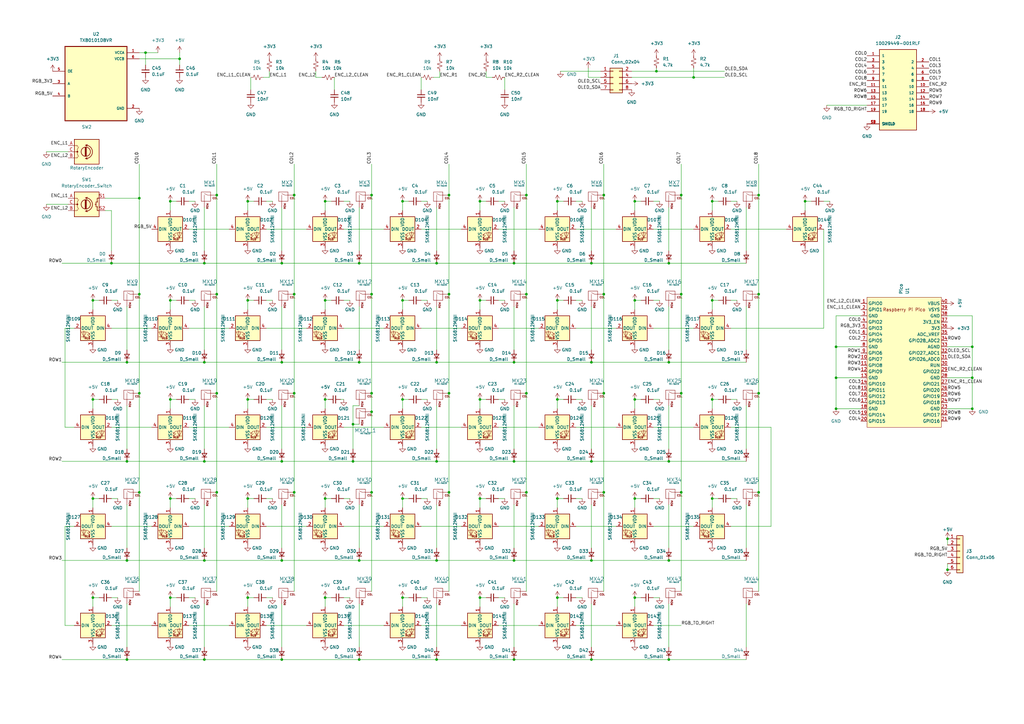
<source format=kicad_sch>
(kicad_sch (version 20211123) (generator eeschema)
  (paper "A3")
  (junction (at 69.85 204.47))
  (junction (at 133.35 123.19))
  (junction (at 292.1 163.83))
  (junction (at 133.35 82.55))
  (junction (at 215.9 161.29))
  (junction (at 228.6 82.55))
  (junction (at 342.9 142.24))
  (junction (at 144.78 173.99))
  (junction (at 274.32 107.95))
  (junction (at 228.6 123.19))
  (junction (at 269.24 29.21))
  (junction (at 284.48 31.75))
  (junction (at 388.62 233.68))
  (junction (at 228.6 163.83))
  (junction (at 88.9 161.29))
  (junction (at 398.78 142.24))
  (junction (at 279.4 201.93))
  (junction (at 120.65 201.93))
  (junction (at 147.32 107.95))
  (junction (at 88.9 120.65))
  (junction (at 38.1 245.11))
  (junction (at 184.15 161.29))
  (junction (at 83.82 270.51))
  (junction (at 210.82 189.23))
  (junction (at 196.85 245.11))
  (junction (at 342.9 167.64))
  (junction (at 247.65 161.29))
  (junction (at 184.15 120.65))
  (junction (at 260.35 163.83))
  (junction (at 165.1 82.55))
  (junction (at 45.72 107.95))
  (junction (at 228.6 245.11))
  (junction (at 279.4 161.29))
  (junction (at 388.62 220.98))
  (junction (at 52.07 189.23))
  (junction (at 215.9 120.65))
  (junction (at 184.15 201.93))
  (junction (at 398.78 167.64))
  (junction (at 260.35 245.11))
  (junction (at 147.32 148.59))
  (junction (at 342.9 154.94))
  (junction (at 215.9 80.01))
  (junction (at 247.65 80.01))
  (junction (at 179.07 229.87))
  (junction (at 165.1 123.19))
  (junction (at 115.57 189.23))
  (junction (at 311.15 80.01))
  (junction (at 57.15 201.93))
  (junction (at 260.35 204.47))
  (junction (at 115.57 148.59))
  (junction (at 152.4 168.91))
  (junction (at 179.07 270.51))
  (junction (at 57.15 161.29))
  (junction (at 260.35 82.55))
  (junction (at 210.82 229.87))
  (junction (at 311.15 120.65))
  (junction (at 115.57 270.51))
  (junction (at 247.65 120.65))
  (junction (at 274.32 270.51))
  (junction (at 242.57 189.23))
  (junction (at 210.82 107.95))
  (junction (at 228.6 204.47))
  (junction (at 196.85 82.55))
  (junction (at 52.07 148.59))
  (junction (at 57.15 120.65))
  (junction (at 179.07 148.59))
  (junction (at 165.1 204.47))
  (junction (at 133.35 245.11))
  (junction (at 115.57 229.87))
  (junction (at 179.07 107.95))
  (junction (at 292.1 123.19))
  (junction (at 133.35 204.47))
  (junction (at 147.32 229.87))
  (junction (at 165.1 163.83))
  (junction (at 69.85 82.55))
  (junction (at 292.1 82.55))
  (junction (at 184.15 80.01))
  (junction (at 196.85 123.19))
  (junction (at 101.6 245.11))
  (junction (at 88.9 201.93))
  (junction (at 73.66 24.13))
  (junction (at 242.57 270.51))
  (junction (at 242.57 148.59))
  (junction (at 165.1 245.11))
  (junction (at 398.78 154.94))
  (junction (at 311.15 161.29))
  (junction (at 83.82 148.59))
  (junction (at 152.4 201.93))
  (junction (at 147.32 270.51))
  (junction (at 274.32 229.87))
  (junction (at 101.6 163.83))
  (junction (at 242.57 107.95))
  (junction (at 83.82 229.87))
  (junction (at 52.07 229.87))
  (junction (at 88.9 80.01))
  (junction (at 330.2 82.55))
  (junction (at 274.32 189.23))
  (junction (at 179.07 189.23))
  (junction (at 120.65 161.29))
  (junction (at 120.65 80.01))
  (junction (at 120.65 120.65))
  (junction (at 247.65 201.93))
  (junction (at 38.1 204.47))
  (junction (at 69.85 163.83))
  (junction (at 115.57 107.95))
  (junction (at 292.1 204.47))
  (junction (at 52.07 270.51))
  (junction (at 311.15 201.93))
  (junction (at 152.4 161.29))
  (junction (at 210.82 270.51))
  (junction (at 59.69 21.59))
  (junction (at 38.1 163.83))
  (junction (at 260.35 123.19))
  (junction (at 279.4 120.65))
  (junction (at 210.82 148.59))
  (junction (at 83.82 189.23))
  (junction (at 196.85 163.83))
  (junction (at 69.85 123.19))
  (junction (at 133.35 163.83))
  (junction (at 152.4 80.01))
  (junction (at 279.4 80.01))
  (junction (at 101.6 82.55))
  (junction (at 274.32 148.59))
  (junction (at 144.78 189.23))
  (junction (at 101.6 204.47))
  (junction (at 101.6 123.19))
  (junction (at 242.57 229.87))
  (junction (at 38.1 123.19))
  (junction (at 57.15 81.28))
  (junction (at 196.85 204.47))
  (junction (at 69.85 245.11))
  (junction (at 83.82 107.95))
  (junction (at 152.4 120.65))
  (junction (at 215.9 201.93))
  (wire (pts (xy 210.82 148.59) (xy 242.57 148.59)))
  (wire (pts (xy 299.72 93.98) (xy 322.58 93.98)))
  (wire (pts (xy 133.35 204.47) (xy 135.89 204.47)))
  (wire (pts (xy 38.1 245.11) (xy 40.64 245.11)))
  (wire (pts (xy 210.82 207.01) (xy 210.82 224.79)))
  (wire (pts (xy 172.72 245.11) (xy 175.26 245.11)))
  (wire (pts (xy 316.23 175.26) (xy 316.23 215.9)))
  (wire (pts (xy 57.15 81.28) (xy 57.15 120.65)))
  (wire (pts (xy 73.66 24.13) (xy 73.66 26.67)))
  (wire (pts (xy 204.47 163.83) (xy 207.01 163.83)))
  (wire (pts (xy 292.1 204.47) (xy 292.1 208.28)))
  (wire (pts (xy 242.57 85.09) (xy 242.57 102.87)))
  (wire (pts (xy 242.57 166.37) (xy 242.57 184.15)))
  (wire (pts (xy 339.09 43.18) (xy 355.6 43.18)))
  (wire (pts (xy 236.22 245.11) (xy 238.76 245.11)))
  (wire (pts (xy 19.05 62.23) (xy 27.94 62.23)))
  (wire (pts (xy 269.24 29.21) (xy 259.08 29.21)))
  (wire (pts (xy 45.72 123.19) (xy 48.26 123.19)))
  (wire (pts (xy 38.1 163.83) (xy 38.1 167.64)))
  (wire (pts (xy 52.07 270.51) (xy 83.82 270.51)))
  (wire (pts (xy 179.07 207.01) (xy 179.07 224.79)))
  (wire (pts (xy 274.32 189.23) (xy 306.07 189.23)))
  (wire (pts (xy 196.85 245.11) (xy 196.85 248.92)))
  (wire (pts (xy 133.35 204.47) (xy 133.35 208.28)))
  (wire (pts (xy 25.4 189.23) (xy 52.07 189.23)))
  (wire (pts (xy 210.82 107.95) (xy 242.57 107.95)))
  (wire (pts (xy 267.97 204.47) (xy 270.51 204.47)))
  (wire (pts (xy 133.35 245.11) (xy 133.35 248.92)))
  (wire (pts (xy 52.07 229.87) (xy 83.82 229.87)))
  (wire (pts (xy 267.97 175.26) (xy 284.48 175.26)))
  (wire (pts (xy 59.69 21.59) (xy 57.15 21.59)))
  (wire (pts (xy 179.07 247.65) (xy 179.07 265.43)))
  (wire (pts (xy 109.22 245.11) (xy 111.76 245.11)))
  (wire (pts (xy 247.65 201.93) (xy 247.65 242.57)))
  (wire (pts (xy 120.65 67.31) (xy 120.65 80.01)))
  (wire (pts (xy 52.07 125.73) (xy 52.07 143.51)))
  (wire (pts (xy 311.15 201.93) (xy 311.15 161.29)))
  (wire (pts (xy 204.47 134.62) (xy 220.98 134.62)))
  (wire (pts (xy 109.22 134.62) (xy 125.73 134.62)))
  (wire (pts (xy 388.62 231.14) (xy 388.62 233.68)))
  (wire (pts (xy 172.72 256.54) (xy 189.23 256.54)))
  (wire (pts (xy 260.35 82.55) (xy 262.89 82.55)))
  (wire (pts (xy 236.22 175.26) (xy 252.73 175.26)))
  (wire (pts (xy 299.72 123.19) (xy 302.26 123.19)))
  (wire (pts (xy 204.47 215.9) (xy 220.98 215.9)))
  (wire (pts (xy 299.72 82.55) (xy 302.26 82.55)))
  (wire (pts (xy 228.6 163.83) (xy 228.6 167.64)))
  (wire (pts (xy 184.15 67.31) (xy 184.15 80.01)))
  (wire (pts (xy 45.72 256.54) (xy 62.23 256.54)))
  (wire (pts (xy 260.35 163.83) (xy 262.89 163.83)))
  (wire (pts (xy 69.85 163.83) (xy 72.39 163.83)))
  (wire (pts (xy 101.6 163.83) (xy 101.6 167.64)))
  (wire (pts (xy 177.8 31.75) (xy 180.34 31.75)))
  (wire (pts (xy 45.72 215.9) (xy 62.23 215.9)))
  (wire (pts (xy 260.35 82.55) (xy 260.35 86.36)))
  (wire (pts (xy 388.62 167.64) (xy 398.78 167.64)))
  (wire (pts (xy 196.85 82.55) (xy 199.39 82.55)))
  (wire (pts (xy 274.32 247.65) (xy 274.32 265.43)))
  (wire (pts (xy 165.1 245.11) (xy 167.64 245.11)))
  (wire (pts (xy 342.9 142.24) (xy 342.9 154.94)))
  (wire (pts (xy 247.65 120.65) (xy 247.65 161.29)))
  (wire (pts (xy 242.57 270.51) (xy 274.32 270.51)))
  (wire (pts (xy 115.57 148.59) (xy 147.32 148.59)))
  (wire (pts (xy 57.15 201.93) (xy 57.15 242.57)))
  (wire (pts (xy 210.82 229.87) (xy 242.57 229.87)))
  (wire (pts (xy 133.35 163.83) (xy 134.62 163.83)))
  (wire (pts (xy 115.57 229.87) (xy 147.32 229.87)))
  (wire (pts (xy 165.1 163.83) (xy 167.64 163.83)))
  (wire (pts (xy 52.07 148.59) (xy 83.82 148.59)))
  (wire (pts (xy 260.35 245.11) (xy 262.89 245.11)))
  (wire (pts (xy 292.1 163.83) (xy 294.64 163.83)))
  (wire (pts (xy 388.62 154.94) (xy 398.78 154.94)))
  (wire (pts (xy 306.07 207.01) (xy 306.07 224.79)))
  (wire (pts (xy 228.6 123.19) (xy 228.6 127)))
  (wire (pts (xy 297.18 29.21) (xy 269.24 29.21)))
  (wire (pts (xy 152.4 201.93) (xy 152.4 242.57)))
  (wire (pts (xy 388.62 142.24) (xy 398.78 142.24)))
  (wire (pts (xy 140.97 245.11) (xy 143.51 245.11)))
  (wire (pts (xy 52.07 189.23) (xy 83.82 189.23)))
  (wire (pts (xy 179.07 166.37) (xy 179.07 184.15)))
  (wire (pts (xy 57.15 120.65) (xy 57.15 161.29)))
  (wire (pts (xy 247.65 161.29) (xy 247.65 201.93)))
  (wire (pts (xy 292.1 123.19) (xy 294.64 123.19)))
  (wire (pts (xy 236.22 256.54) (xy 252.73 256.54)))
  (wire (pts (xy 274.32 207.01) (xy 274.32 224.79)))
  (wire (pts (xy 88.9 80.01) (xy 88.9 120.65)))
  (wire (pts (xy 147.32 207.01) (xy 147.32 224.79)))
  (wire (pts (xy 172.72 204.47) (xy 175.26 204.47)))
  (wire (pts (xy 101.6 245.11) (xy 101.6 248.92)))
  (wire (pts (xy 184.15 161.29) (xy 184.15 201.93)))
  (wire (pts (xy 57.15 24.13) (xy 73.66 24.13)))
  (wire (pts (xy 172.72 123.19) (xy 175.26 123.19)))
  (wire (pts (xy 242.57 148.59) (xy 274.32 148.59)))
  (wire (pts (xy 342.9 154.94) (xy 353.06 154.94)))
  (wire (pts (xy 165.1 245.11) (xy 165.1 248.92)))
  (wire (pts (xy 342.9 167.64) (xy 353.06 167.64)))
  (wire (pts (xy 129.54 31.75) (xy 132.08 31.75)))
  (wire (pts (xy 179.07 107.95) (xy 210.82 107.95)))
  (wire (pts (xy 120.65 80.01) (xy 120.65 120.65)))
  (wire (pts (xy 165.1 123.19) (xy 165.1 127)))
  (wire (pts (xy 133.35 123.19) (xy 135.89 123.19)))
  (wire (pts (xy 204.47 256.54) (xy 220.98 256.54)))
  (wire (pts (xy 204.47 93.98) (xy 220.98 93.98)))
  (wire (pts (xy 115.57 85.09) (xy 115.57 102.87)))
  (wire (pts (xy 172.72 93.98) (xy 189.23 93.98)))
  (wire (pts (xy 228.6 204.47) (xy 231.14 204.47)))
  (wire (pts (xy 311.15 120.65) (xy 311.15 80.01)))
  (wire (pts (xy 120.65 201.93) (xy 120.65 242.57)))
  (wire (pts (xy 299.72 215.9) (xy 316.23 215.9)))
  (wire (pts (xy 38.1 123.19) (xy 38.1 127)))
  (wire (pts (xy 337.82 82.55) (xy 340.36 82.55)))
  (wire (pts (xy 115.57 207.01) (xy 115.57 224.79)))
  (wire (pts (xy 184.15 80.01) (xy 184.15 120.65)))
  (wire (pts (xy 25.4 107.95) (xy 45.72 107.95)))
  (wire (pts (xy 26.67 215.9) (xy 26.67 256.54)))
  (wire (pts (xy 292.1 82.55) (xy 292.1 86.36)))
  (wire (pts (xy 133.35 163.83) (xy 133.35 167.64)))
  (wire (pts (xy 38.1 245.11) (xy 38.1 248.92)))
  (wire (pts (xy 77.47 93.98) (xy 93.98 93.98)))
  (wire (pts (xy 247.65 67.31) (xy 247.65 80.01)))
  (wire (pts (xy 274.32 148.59) (xy 306.07 148.59)))
  (wire (pts (xy 260.35 163.83) (xy 260.35 167.64)))
  (wire (pts (xy 242.57 247.65) (xy 242.57 265.43)))
  (wire (pts (xy 147.32 229.87) (xy 179.07 229.87)))
  (wire (pts (xy 45.72 245.11) (xy 48.26 245.11)))
  (wire (pts (xy 109.22 82.55) (xy 111.76 82.55)))
  (wire (pts (xy 210.82 270.51) (xy 242.57 270.51)))
  (wire (pts (xy 204.47 175.26) (xy 220.98 175.26)))
  (wire (pts (xy 247.65 80.01) (xy 247.65 120.65)))
  (wire (pts (xy 236.22 204.47) (xy 238.76 204.47)))
  (wire (pts (xy 228.6 245.11) (xy 231.14 245.11)))
  (wire (pts (xy 311.15 161.29) (xy 311.15 120.65)))
  (wire (pts (xy 88.9 161.29) (xy 88.9 201.93)))
  (wire (pts (xy 179.07 148.59) (xy 210.82 148.59)))
  (wire (pts (xy 215.9 201.93) (xy 215.9 242.57)))
  (wire (pts (xy 228.6 245.11) (xy 228.6 248.92)))
  (wire (pts (xy 77.47 163.83) (xy 80.01 163.83)))
  (wire (pts (xy 172.72 82.55) (xy 175.26 82.55)))
  (wire (pts (xy 210.82 166.37) (xy 210.82 184.15)))
  (wire (pts (xy 210.82 85.09) (xy 210.82 102.87)))
  (wire (pts (xy 179.07 125.73) (xy 179.07 143.51)))
  (wire (pts (xy 260.35 204.47) (xy 262.89 204.47)))
  (wire (pts (xy 144.78 166.37) (xy 147.32 166.37)))
  (wire (pts (xy 196.85 245.11) (xy 199.39 245.11)))
  (wire (pts (xy 147.32 85.09) (xy 147.32 102.87)))
  (wire (pts (xy 172.72 215.9) (xy 189.23 215.9)))
  (wire (pts (xy 115.57 107.95) (xy 147.32 107.95)))
  (wire (pts (xy 204.47 82.55) (xy 207.01 82.55)))
  (wire (pts (xy 306.07 166.37) (xy 306.07 184.15)))
  (wire (pts (xy 184.15 120.65) (xy 184.15 161.29)))
  (wire (pts (xy 152.4 161.29) (xy 152.4 168.91)))
  (wire (pts (xy 215.9 161.29) (xy 215.9 201.93)))
  (wire (pts (xy 52.07 247.65) (xy 52.07 265.43)))
  (wire (pts (xy 267.97 163.83) (xy 270.51 163.83)))
  (wire (pts (xy 83.82 229.87) (xy 115.57 229.87)))
  (wire (pts (xy 204.47 245.11) (xy 207.01 245.11)))
  (wire (pts (xy 260.35 123.19) (xy 260.35 127)))
  (wire (pts (xy 297.18 31.75) (xy 284.48 31.75)))
  (wire (pts (xy 311.15 242.57) (xy 311.15 201.93)))
  (wire (pts (xy 398.78 129.54) (xy 398.78 142.24)))
  (wire (pts (xy 38.1 123.19) (xy 40.64 123.19)))
  (wire (pts (xy 274.32 270.51) (xy 306.07 270.51)))
  (wire (pts (xy 140.97 134.62) (xy 157.48 134.62)))
  (wire (pts (xy 147.32 148.59) (xy 179.07 148.59)))
  (wire (pts (xy 140.97 82.55) (xy 143.51 82.55)))
  (wire (pts (xy 165.1 82.55) (xy 165.1 86.36)))
  (wire (pts (xy 292.1 82.55) (xy 294.64 82.55)))
  (wire (pts (xy 342.9 129.54) (xy 353.06 129.54)))
  (wire (pts (xy 69.85 245.11) (xy 72.39 245.11)))
  (wire (pts (xy 299.72 204.47) (xy 302.26 204.47)))
  (wire (pts (xy 242.57 207.01) (xy 242.57 224.79)))
  (wire (pts (xy 147.32 125.73) (xy 147.32 143.51)))
  (wire (pts (xy 306.07 85.09) (xy 306.07 102.87)))
  (wire (pts (xy 38.1 163.83) (xy 40.64 163.83)))
  (wire (pts (xy 196.85 163.83) (xy 196.85 167.64)))
  (wire (pts (xy 279.4 67.31) (xy 279.4 80.01)))
  (wire (pts (xy 69.85 82.55) (xy 72.39 82.55)))
  (wire (pts (xy 26.67 215.9) (xy 30.48 215.9)))
  (wire (pts (xy 267.97 215.9) (xy 284.48 215.9)))
  (wire (pts (xy 267.97 256.54) (xy 279.4 256.54)))
  (wire (pts (xy 83.82 125.73) (xy 83.82 143.51)))
  (wire (pts (xy 109.22 175.26) (xy 125.73 175.26)))
  (wire (pts (xy 228.6 82.55) (xy 231.14 82.55)))
  (wire (pts (xy 260.35 123.19) (xy 262.89 123.19)))
  (wire (pts (xy 45.72 204.47) (xy 48.26 204.47)))
  (wire (pts (xy 107.95 31.75) (xy 110.49 31.75)))
  (wire (pts (xy 77.47 245.11) (xy 80.01 245.11)))
  (wire (pts (xy 140.97 204.47) (xy 143.51 204.47)))
  (wire (pts (xy 133.35 82.55) (xy 135.89 82.55)))
  (wire (pts (xy 292.1 163.83) (xy 292.1 167.64)))
  (wire (pts (xy 30.48 134.62) (xy 26.67 134.62)))
  (wire (pts (xy 236.22 82.55) (xy 238.76 82.55)))
  (wire (pts (xy 69.85 82.55) (xy 69.85 86.36)))
  (wire (pts (xy 140.97 215.9) (xy 157.48 215.9)))
  (wire (pts (xy 69.85 204.47) (xy 72.39 204.47)))
  (wire (pts (xy 292.1 123.19) (xy 292.1 127)))
  (wire (pts (xy 26.67 256.54) (xy 30.48 256.54)))
  (wire (pts (xy 83.82 85.09) (xy 83.82 102.87)))
  (wire (pts (xy 184.15 201.93) (xy 184.15 242.57)))
  (wire (pts (xy 52.07 207.01) (xy 52.07 224.79)))
  (wire (pts (xy 140.97 123.19) (xy 143.51 123.19)))
  (wire (pts (xy 26.67 175.26) (xy 30.48 175.26)))
  (wire (pts (xy 140.97 93.98) (xy 157.48 93.98)))
  (wire (pts (xy 172.72 175.26) (xy 189.23 175.26)))
  (wire (pts (xy 57.15 67.31) (xy 57.15 81.28)))
  (wire (pts (xy 199.39 29.21) (xy 199.39 31.75)))
  (wire (pts (xy 274.32 125.73) (xy 274.32 143.51)))
  (wire (pts (xy 57.15 161.29) (xy 57.15 201.93)))
  (wire (pts (xy 241.3 31.75) (xy 241.3 27.94)))
  (wire (pts (xy 69.85 123.19) (xy 72.39 123.19)))
  (wire (pts (xy 299.72 175.26) (xy 316.23 175.26)))
  (wire (pts (xy 210.82 189.23) (xy 242.57 189.23)))
  (wire (pts (xy 179.07 85.09) (xy 179.07 102.87)))
  (wire (pts (xy 101.6 204.47) (xy 104.14 204.47)))
  (wire (pts (xy 102.87 31.75) (xy 102.87 36.83)))
  (wire (pts (xy 88.9 201.93) (xy 88.9 242.57)))
  (wire (pts (xy 228.6 82.55) (xy 228.6 86.36)))
  (wire (pts (xy 267.97 93.98) (xy 284.48 93.98)))
  (wire (pts (xy 284.48 31.75) (xy 259.08 31.75)))
  (wire (pts (xy 83.82 247.65) (xy 83.82 265.43)))
  (wire (pts (xy 279.4 80.01) (xy 279.4 120.65)))
  (wire (pts (xy 83.82 207.01) (xy 83.82 224.79)))
  (wire (pts (xy 165.1 204.47) (xy 167.64 204.47)))
  (wire (pts (xy 109.22 123.19) (xy 111.76 123.19)))
  (wire (pts (xy 115.57 247.65) (xy 115.57 265.43)))
  (wire (pts (xy 19.05 83.82) (xy 27.94 83.82)))
  (wire (pts (xy 110.49 31.75) (xy 110.49 29.21)))
  (wire (pts (xy 77.47 215.9) (xy 93.98 215.9)))
  (wire (pts (xy 165.1 204.47) (xy 165.1 208.28)))
  (wire (pts (xy 43.18 81.28) (xy 57.15 81.28)))
  (wire (pts (xy 196.85 123.19) (xy 199.39 123.19)))
  (wire (pts (xy 241.3 31.75) (xy 246.38 31.75)))
  (wire (pts (xy 196.85 204.47) (xy 199.39 204.47)))
  (wire (pts (xy 210.82 247.65) (xy 210.82 265.43)))
  (wire (pts (xy 133.35 82.55) (xy 133.35 86.36)))
  (wire (pts (xy 204.47 123.19) (xy 207.01 123.19)))
  (wire (pts (xy 38.1 204.47) (xy 40.64 204.47)))
  (wire (pts (xy 109.22 163.83) (xy 111.76 163.83)))
  (wire (pts (xy 398.78 154.94) (xy 398.78 167.64)))
  (wire (pts (xy 299.72 134.62) (xy 337.82 134.62)))
  (wire (pts (xy 196.85 204.47) (xy 196.85 208.28)))
  (wire (pts (xy 337.82 134.62) (xy 337.82 93.98)))
  (wire (pts (xy 152.4 120.65) (xy 152.4 161.29)))
  (wire (pts (xy 115.57 270.51) (xy 147.32 270.51)))
  (wire (pts (xy 196.85 163.83) (xy 199.39 163.83)))
  (wire (pts (xy 77.47 123.19) (xy 80.01 123.19)))
  (wire (pts (xy 140.97 175.26) (xy 157.48 175.26)))
  (wire (pts (xy 165.1 123.19) (xy 167.64 123.19)))
  (wire (pts (xy 59.69 21.59) (xy 59.69 26.67)))
  (wire (pts (xy 109.22 215.9) (xy 125.73 215.9)))
  (wire (pts (xy 152.4 67.31) (xy 152.4 80.01)))
  (wire (pts (xy 26.67 134.62) (xy 26.67 175.26)))
  (wire (pts (xy 144.78 173.99) (xy 147.32 173.99)))
  (wire (pts (xy 165.1 163.83) (xy 165.1 167.64)))
  (wire (pts (xy 388.62 220.98) (xy 388.62 223.52)))
  (wire (pts (xy 83.82 270.51) (xy 115.57 270.51)))
  (wire (pts (xy 179.07 229.87) (xy 210.82 229.87)))
  (wire (pts (xy 120.65 120.65) (xy 120.65 161.29)))
  (wire (pts (xy 267.97 134.62) (xy 284.48 134.62)))
  (wire (pts (xy 229.87 29.21) (xy 246.38 29.21)))
  (wire (pts (xy 204.47 204.47) (xy 207.01 204.47)))
  (wire (pts (xy 260.35 245.11) (xy 260.35 248.92)))
  (wire (pts (xy 274.32 166.37) (xy 274.32 184.15)))
  (wire (pts (xy 133.35 245.11) (xy 135.89 245.11)))
  (wire (pts (xy 45.72 175.26) (xy 62.23 175.26)))
  (wire (pts (xy 311.15 80.01) (xy 311.15 67.31)))
  (wire (pts (xy 342.9 142.24) (xy 353.06 142.24)))
  (wire (pts (xy 147.32 247.65) (xy 147.32 265.43)))
  (wire (pts (xy 398.78 142.24) (xy 398.78 154.94)))
  (wire (pts (xy 120.65 161.29) (xy 120.65 201.93)))
  (wire (pts (xy 73.66 24.13) (xy 73.66 21.59)))
  (wire (pts (xy 101.6 82.55) (xy 104.14 82.55)))
  (wire (pts (xy 199.39 31.75) (xy 201.93 31.75)))
  (wire (pts (xy 269.24 27.94) (xy 269.24 29.21)))
  (wire (pts (xy 236.22 93.98) (xy 252.73 93.98)))
  (wire (pts (xy 45.72 86.36) (xy 45.72 102.87)))
  (wire (pts (xy 101.6 123.19) (xy 104.14 123.19)))
  (wire (pts (xy 152.4 80.01) (xy 152.4 120.65)))
  (wire (pts (xy 25.4 148.59) (xy 52.07 148.59)))
  (wire (pts (xy 274.32 85.09) (xy 274.32 102.87)))
  (wire (pts (xy 77.47 134.62) (xy 93.98 134.62)))
  (wire (pts (xy 115.57 189.23) (xy 144.78 189.23)))
  (wire (pts (xy 279.4 161.29) (xy 279.4 201.93)))
  (wire (pts (xy 83.82 189.23) (xy 115.57 189.23)))
  (wire (pts (xy 274.32 107.95) (xy 306.07 107.95)))
  (wire (pts (xy 172.72 31.75) (xy 172.72 36.83)))
  (wire (pts (xy 172.72 134.62) (xy 189.23 134.62)))
  (wire (pts (xy 109.22 256.54) (xy 125.73 256.54)))
  (wire (pts (xy 279.4 201.93) (xy 279.4 242.57)))
  (wire (pts (xy 306.07 247.65) (xy 306.07 265.43)))
  (wire (pts (xy 45.72 134.62) (xy 62.23 134.62)))
  (wire (pts (xy 101.6 82.55) (xy 101.6 86.36)))
  (wire (pts (xy 45.72 107.95) (xy 83.82 107.95)))
  (wire (pts (xy 165.1 82.55) (xy 167.64 82.55)))
  (wire (pts (xy 267.97 82.55) (xy 270.51 82.55)))
  (wire (pts (xy 242.57 189.23) (xy 274.32 189.23)))
  (wire (pts (xy 274.32 229.87) (xy 306.07 229.87)))
  (wire (pts (xy 77.47 256.54) (xy 93.98 256.54)))
  (wire (pts (xy 172.72 163.83) (xy 175.26 163.83)))
  (wire (pts (xy 88.9 120.65) (xy 88.9 161.29)))
  (wire (pts (xy 215.9 67.31) (xy 215.9 80.01)))
  (wire (pts (xy 77.47 175.26) (xy 93.98 175.26)))
  (wire (pts (xy 292.1 204.47) (xy 294.64 204.47)))
  (wire (pts (xy 342.9 129.54) (xy 342.9 142.24)))
  (wire (pts (xy 179.07 189.23) (xy 210.82 189.23)))
  (wire (pts (xy 236.22 134.62) (xy 252.73 134.62)))
  (wire (pts (xy 228.6 204.47) (xy 228.6 208.28)))
  (wire (pts (xy 133.35 123.19) (xy 133.35 127)))
  (wire (pts (xy 196.85 82.55) (xy 196.85 86.36)))
  (wire (pts (xy 242.57 107.95) (xy 274.32 107.95)))
  (wire (pts (xy 38.1 204.47) (xy 38.1 208.28)))
  (wire (pts (xy 64.77 21.59) (xy 59.69 21.59)))
  (wire (pts (xy 43.18 86.36) (xy 45.72 86.36)))
  (wire (pts (xy 101.6 163.83) (xy 104.14 163.83)))
  (wire (pts (xy 147.32 270.51) (xy 179.07 270.51)))
  (wire (pts (xy 215.9 80.01) (xy 215.9 120.65)))
  (wire (pts (xy 196.85 123.19) (xy 196.85 127)))
  (wire (pts (xy 228.6 123.19) (xy 231.14 123.19)))
  (wire (pts (xy 77.47 204.47) (xy 80.01 204.47)))
  (wire (pts (xy 330.2 82.55) (xy 332.74 82.55)))
  (wire (pts (xy 52.07 166.37) (xy 52.07 184.15)))
  (wire (pts (xy 388.62 129.54) (xy 398.78 129.54)))
  (wire (pts (xy 207.01 31.75) (xy 207.01 36.83)))
  (wire (pts (xy 83.82 107.95) (xy 115.57 107.95)))
  (wire (pts (xy 267.97 245.11) (xy 270.51 245.11)))
  (wire (pts (xy 88.9 67.31) (xy 88.9 80.01)))
  (wire (pts (xy 25.4 270.51) (xy 52.07 270.51)))
  (wire (pts (xy 299.72 163.83) (xy 302.26 163.83)))
  (wire (pts (xy 144.78 166.37) (xy 144.78 173.99)))
  (wire (pts (xy 284.48 27.94) (xy 284.48 31.75)))
  (wire (pts (xy 306.07 125.73) (xy 306.07 143.51)))
  (wire (pts (xy 137.16 31.75) (xy 137.16 36.83)))
  (wire (pts (xy 260.35 204.47) (xy 260.35 208.28)))
  (wire (pts (xy 236.22 163.83) (xy 238.76 163.83)))
  (wire (pts (xy 77.47 82.55) (xy 80.01 82.55)))
  (wire (pts (xy 140.97 256.54) (xy 157.48 256.54)))
  (wire (pts (xy 279.4 120.65) (xy 279.4 161.29)))
  (wire (pts (xy 129.54 29.21) (xy 129.54 31.75)))
  (wire (pts (xy 215.9 120.65) (xy 215.9 161.29)))
  (wire (pts (xy 69.85 245.11) (xy 69.85 248.92)))
  (wire (pts (xy 152.4 168.91) (xy 152.4 201.93)))
  (wire (pts (xy 236.22 215.9) (xy 252.73 215.9)))
  (wire (pts (xy 115.57 166.37) (xy 115.57 184.15)))
  (wire (pts (xy 69.85 204.47) (xy 69.85 208.28)))
  (wire (pts (xy 109.22 93.98) (xy 125.73 93.98)))
  (wire (pts (xy 101.6 245.11) (xy 104.14 245.11)))
  (wire (pts (xy 228.6 163.83) (xy 231.14 163.83)))
  (wire (pts (xy 69.85 123.19) (xy 69.85 127)))
  (wire (pts (xy 83.82 148.59) (xy 115.57 148.59)))
  (wire (pts (xy 139.7 163.83) (xy 140.97 163.83)))
  (wire (pts (xy 115.57 125.73) (xy 115.57 143.51)))
  (wire (pts (xy 109.22 204.47) (xy 111.76 204.47)))
  (wire (pts (xy 210.82 125.73) (xy 210.82 143.51)))
  (wire (pts (xy 69.85 163.83) (xy 69.85 167.64)))
  (wire (pts (xy 342.9 154.94) (xy 342.9 167.64)))
  (wire (pts (xy 330.2 82.55) (xy 330.2 86.36)))
  (wire (pts (xy 83.82 166.37) (xy 83.82 184.15)))
  (wire (pts (xy 180.34 31.75) (xy 180.34 29.21)))
  (wire (pts (xy 144.78 189.23) (xy 179.07 189.23)))
  (wire (pts (xy 179.07 270.51) (xy 210.82 270.51)))
  (wire (pts (xy 236.22 123.19) (xy 238.76 123.19)))
  (wire (pts (xy 101.6 204.47) (xy 101.6 208.28)))
  (wire (pts (xy 45.72 163.83) (xy 48.26 163.83)))
  (wire (pts (xy 25.4 229.87) (xy 52.07 229.87)))
  (wire (pts (xy 242.57 125.73) (xy 242.57 143.51)))
  (wire (pts (xy 242.57 229.87) (xy 274.32 229.87)))
  (wire (pts (xy 147.32 107.95) (xy 179.07 107.95)))
  (wire (pts (xy 101.6 123.19) (xy 101.6 127)))
  (wire (pts (xy 267.97 123.19) (xy 270.51 123.19)))
  (wire (pts (xy 144.78 173.99) (xy 144.78 184.15)))
  (label "RGB_5V" (at 21.59 39.37 180))
  (label "ENC_L2" (at 129.54 31.75 180))
  (label "ROW3" (at 353.06 149.86 180))
  (label "COL2" (at 120.65 67.31 90))
  (label "ENC_L1" (at 27.94 81.28 180))
  (label "ROW5" (at 381 38.1 0))
  (label "ROW6" (at 355.6 38.1 180))
  (label "RGB_TO_RIGHT" (at 279.4 256.54 0))
  (label "ROW2" (at 25.4 189.23 180))
  (label "ROW6" (at 388.62 162.56 0))
  (label "COL6" (at 247.65 67.31 90))
  (label "ROW5" (at 388.62 160.02 0))
  (label "RGB_5V" (at 388.62 226.06 180))
  (label "ENC_L2_CLEAN" (at 353.06 124.46 180))
  (label "ROW8" (at 355.6 40.64 180))
  (label "ROW7" (at 381 40.64 0))
  (label "COL0" (at 355.6 22.86 180))
  (label "RGB_3V3" (at 21.59 34.29 180))
  (label "ENC_L1" (at 110.49 31.75 0))
  (label "RGB_TO_RIGHT" (at 388.62 228.6 180))
  (label "ENC_R2" (at 199.39 31.75 180))
  (label "ROW8" (at 388.62 170.18 0))
  (label "COL4" (at 184.15 67.31 90))
  (label "COL5" (at 353.06 170.18 180))
  (label "COL6" (at 353.06 165.1 180))
  (label "COL2" (at 355.6 25.4 180))
  (label "ENC_L1_CLEAN" (at 102.87 31.75 180))
  (label "COL1" (at 88.9 67.31 90))
  (label "ENC_L1" (at 27.94 59.69 180))
  (label "COL4" (at 353.06 172.72 180))
  (label "ROW0" (at 25.4 107.95 180))
  (label "COL1" (at 353.06 137.16 180))
  (label "ENC_R2" (at 381 35.56 0))
  (label "RGB_TO_RIGHT" (at 355.6 45.72 180))
  (label "ROW9" (at 388.62 172.72 0))
  (label "COL2" (at 353.06 139.7 180))
  (label "COL5" (at 215.9 67.31 90))
  (label "ENC_L2_CLEAN" (at 137.16 31.75 0))
  (label "ENC_L2" (at 27.94 86.36 180))
  (label "COL3" (at 152.4 67.31 90))
  (label "OLED_SCL" (at 246.38 34.29 180))
  (label "COL0" (at 353.06 132.08 180))
  (label "COL7" (at 279.4 67.31 90))
  (label "COL7" (at 353.06 162.56 180))
  (label "COL8" (at 311.15 67.31 90))
  (label "COL8" (at 353.06 160.02 180))
  (label "ENC_R2_CLEAN" (at 207.01 31.75 0))
  (label "COL3" (at 353.06 157.48 180))
  (label "COL6" (at 355.6 30.48 180))
  (label "COL0" (at 57.15 67.31 90))
  (label "COL1" (at 381 25.4 0))
  (label "ROW9" (at 381 43.18 0))
  (label "ROW0" (at 388.62 139.7 0))
  (label "OLED_SDA" (at 246.38 36.83 180))
  (label "ROW1" (at 353.06 144.78 180))
  (label "ROW1" (at 25.4 148.59 180))
  (label "ROW4" (at 25.4 270.51 180))
  (label "RGB_5V" (at 62.23 93.98 180))
  (label "ROW4" (at 353.06 152.4 180))
  (label "OLED_SDA" (at 388.62 147.32 0))
  (label "ENC_R2_CLEAN" (at 388.62 152.4 0))
  (label "COL7" (at 381 33.02 0))
  (label "OLED_SCL" (at 388.62 144.78 0))
  (label "ROW7" (at 388.62 165.1 0))
  (label "ROW2" (at 353.06 147.32 180))
  (label "ENC_R1" (at 180.34 31.75 0))
  (label "COL4" (at 355.6 27.94 180))
  (label "OLED_SCL" (at 297.18 31.75 0))
  (label "ENC_R1_CLEAN" (at 172.72 31.75 180))
  (label "COL5" (at 381 30.48 0))
  (label "ROW3" (at 25.4 229.87 180))
  (label "COL3" (at 381 27.94 0))
  (label "ENC_L1_CLEAN" (at 353.06 127 180))
  (label "ENC_R1" (at 355.6 35.56 180))
  (label "OLED_SDA" (at 297.18 29.21 0))
  (label "COL8" (at 355.6 33.02 180))
  (label "ENC_R1_CLEAN" (at 388.62 157.48 0))
  (label "RGB_3V3" (at 353.06 134.62 180))
  (label "ENC_L2" (at 27.94 64.77 180))
  (symbol (lib_id "Device:D_Small") (at 179.07 186.69 90) (unit 1)
    (property "Reference" "D22" (at 173.99 185.42 90) (effects (justify right)))
    (property "Value" "D_Small" (at 168.91 187.96 90) (effects (justify right)))
    (property "Footprint" "Diode_SMD:D_SOD-123" (effects hide))
  )
  (symbol (lib_id "LED:WS2812B") (at 101.6 93.98 0) (unit 1)
    (property "Reference" "D102" (at 109.22 90.17 0))
    (property "Value" "SK6812MINI" (at 111.76 93.98 90))
    (property "Footprint" "Keebio-Parts:SK6812-MINI-E" (effects hide))
    (property "Datasheet" "https://cdn-shop.adafruit.com/datasheets/WS2812B.pdf" (effects hide))
  )
  (symbol (lib_id "Device:C_Small") (at 74.93 204.47 90) (unit 1)
    (property "Reference" "C28" (at 74.93 198.12 90))
    (property "Value" "0.1uF" (at 77.47 200.66 90))
    (property "Footprint" "Capacitor_SMD:C_0805_2012Metric_Pad1.18x1.45mm_HandSolder" (effects hide))
  )
  (symbol (lib_id "Device:D_Small") (at 274.32 146.05 90) (unit 1)
    (property "Reference" "D16" (at 269.24 144.78 90) (effects (justify right)))
    (property "Value" "D_Small" (at 264.16 147.32 90) (effects (justify right)))
    (property "Footprint" "Keebio-Parts:Diode-Hybrid-Back" (effects hide))
  )
  (symbol (lib_id "power:GND") (at 101.6 264.16 0) (unit 1)
    (property "Reference" "#PWR0140" (effects hide))
    (property "Value" "GND" (at 105.41 265.43 0))
  )
  (symbol (lib_id "Device:D_Small") (at 83.82 227.33 90) (unit 1)
    (property "Reference" "D28" (at 78.74 226.06 90) (effects (justify right)))
    (property "Value" "D_Small" (at 73.66 228.6 90) (effects (justify right)))
    (property "Footprint" "Diode_SMD:D_SOD-123" (effects hide))
  )
  (symbol (lib_id "power:GND") (at 38.1 264.16 0) (unit 1)
    (property "Reference" "#PWR0138" (effects hide))
    (property "Value" "GND" (at 41.91 265.43 0))
  )
  (symbol (lib_id "power:GND") (at 69.85 264.16 0) (unit 1)
    (property "Reference" "#PWR0139" (effects hide))
    (property "Value" "GND" (at 73.66 265.43 0))
  )
  (symbol (lib_id "power:GND") (at 101.6 101.6 0) (unit 1)
    (property "Reference" "#PWR031" (effects hide))
    (property "Value" "GND" (at 105.41 102.87 0))
  )
  (symbol (lib_id "MX_Alps_Hybrid:MX-NoLED") (at 307.34 243.84 0) (unit 1)
    (property "Reference" "MX44" (at 308.2256 237.49 0) (effects (font (size 1.524 1.524))))
    (property "Value" "MX-NoLED" (at 308.2256 238.76 0) (effects (font (size 0.508 0.508))))
    (property "Footprint" "MX_Only:MXOnly-1U-Hotswap" (effects hide))
  )
  (symbol (lib_id "power:GND") (at 175.26 204.47 0) (unit 1)
    (property "Reference" "#PWR0102" (effects hide))
    (property "Value" "GND" (at 175.26 208.28 0))
  )
  (symbol (lib_id "power:GND") (at 292.1 182.88 0) (unit 1)
    (property "Reference" "#PWR092" (effects hide))
    (property "Value" "GND" (at 295.91 184.15 0))
  )
  (symbol (lib_id "Device:D_Small") (at 83.82 267.97 90) (unit 1)
    (property "Reference" "D37" (at 78.74 266.7 90) (effects (justify right)))
    (property "Value" "D_Small" (at 73.66 269.24 90) (effects (justify right)))
    (property "Footprint" "Diode_SMD:D_SOD-123" (effects hide))
  )
  (symbol (lib_id "power:+5V") (at 228.6 204.47 0) (unit 1)
    (property "Reference" "#PWR0105" (effects hide))
    (property "Value" "+5V" (at 228.6 199.39 0))
  )
  (symbol (lib_id "power:GND") (at 80.01 163.83 0) (unit 1)
    (property "Reference" "#PWR069" (effects hide))
    (property "Value" "GND" (at 80.01 167.64 0))
  )
  (symbol (lib_id "LED:WS2812B") (at 228.6 93.98 0) (unit 1)
    (property "Reference" "D106" (at 236.22 90.17 0))
    (property "Value" "SK6812MINI" (at 238.76 93.98 90))
    (property "Footprint" "Keebio-Parts:SK6812-MINI-E" (effects hide))
    (property "Datasheet" "https://cdn-shop.adafruit.com/datasheets/WS2812B.pdf" (effects hide))
  )
  (symbol (lib_id "power:GND") (at 270.51 204.47 0) (unit 1)
    (property "Reference" "#PWR0108" (effects hide))
    (property "Value" "GND" (at 270.51 208.28 0))
  )
  (symbol (lib_id "power:GND") (at 111.76 245.11 0) (unit 1)
    (property "Reference" "#PWR0125" (effects hide))
    (property "Value" "GND" (at 111.76 248.92 0))
  )
  (symbol (lib_id "Connector_Generic:Conn_02x04_Odd_Even") (at 251.46 31.75 0) (unit 1)
    (property "Reference" "J1" (at 252.73 22.86 0))
    (property "Value" "Conn_02x04" (at 256.54 25.4 0))
    (property "Footprint" "Connector_PinSocket_2.54mm:PinSocket_2x04_P2.54mm_Vertical" (effects hide))
  )
  (symbol (lib_id "power:GND") (at 19.05 62.23 0) (unit 1)
    (property "Reference" "#PWR04" (effects hide))
    (property "Value" "GND" (at 19.05 67.31 0))
  )
  (symbol (lib_id "Device:C_Small") (at 201.93 204.47 90) (unit 1)
    (property "Reference" "C32" (at 201.93 198.12 90))
    (property "Value" "0.1uF" (at 204.47 200.66 90))
    (property "Footprint" "Capacitor_SMD:C_0805_2012Metric_Pad1.18x1.45mm_HandSolder" (effects hide))
  )
  (symbol (lib_id "power:GND") (at 175.26 163.83 0) (unit 1)
    (property "Reference" "#PWR075" (effects hide))
    (property "Value" "GND" (at 175.26 167.64 0))
  )
  (symbol (lib_id "Device:C_Small") (at 170.18 204.47 90) (unit 1)
    (property "Reference" "C31" (at 170.18 198.12 90))
    (property "Value" "0.1uF" (at 172.72 200.66 90))
    (property "Footprint" "Capacitor_SMD:C_0805_2012Metric_Pad1.18x1.45mm_HandSolder" (effects hide))
  )
  (symbol (lib_id "power:+5V") (at 38.1 123.19 0) (unit 1)
    (property "Reference" "#PWR039" (effects hide))
    (property "Value" "+5V" (at 38.1 118.11 0))
  )
  (symbol (lib_id "power:GND") (at 102.87 41.91 0) (unit 1)
    (property "Reference" "#PWR0158" (effects hide))
    (property "Value" "GND" (at 102.87 46.99 0))
  )
  (symbol (lib_id "power:GND") (at 196.85 142.24 0) (unit 1)
    (property "Reference" "#PWR062" (effects hide))
    (property "Value" "GND" (at 200.66 143.51 0))
  )
  (symbol (lib_id "power:GND") (at 143.51 204.47 0) (unit 1)
    (property "Reference" "#PWR0100" (effects hide))
    (property "Value" "GND" (at 143.51 208.28 0))
  )
  (symbol (lib_id "LED:WS2812B") (at 260.35 93.98 0) (unit 1)
    (property "Reference" "D107" (at 267.97 90.17 0))
    (property "Value" "SK6812MINI" (at 270.51 93.98 90))
    (property "Footprint" "Keebio-Parts:SK6812-MINI-E" (effects hide))
    (property "Datasheet" "https://cdn-shop.adafruit.com/datasheets/WS2812B.pdf" (effects hide))
  )
  (symbol (lib_id "MX_Alps_Hybrid:MX-NoLED") (at 148.59 170.18 0) (unit 1)
    (property "Reference" "MX21_1" (at 149.86 176.53 0) (effects (font (size 1.524 1.524))))
    (property "Value" "MX-NoLED" (at 149.86 177.8 0) (effects (font (size 0.508 0.508))))
    (property "Footprint" "MX_Only:MXOnly-1.25U-Hotswap" (effects hide))
  )
  (symbol (lib_id "power:+3V3") (at 269.24 22.86 0) (unit 1)
    (property "Reference" "#PWR0155" (effects hide))
    (property "Value" "+3V3" (at 266.7 17.78 0) (effects (justify left)))
  )
  (symbol (lib_id "LED:WS2812B") (at 69.85 93.98 0) (unit 1)
    (property "Reference" "D101" (at 77.47 90.17 0))
    (property "Value" "SK6812MINI" (at 80.01 93.98 90))
    (property "Footprint" "Keebio-Parts:SK6812-MINI-E" (effects hide))
    (property "Datasheet" "https://cdn-shop.adafruit.com/datasheets/WS2812B.pdf" (effects hide))
  )
  (symbol (lib_id "Device:D_Small") (at 210.82 146.05 90) (unit 1)
    (property "Reference" "D14" (at 205.74 144.78 90) (effects (justify right)))
    (property "Value" "D_Small" (at 200.66 147.32 90) (effects (justify right)))
    (property "Footprint" "Keebio-Parts:Diode-Hybrid-Back" (effects hide))
  )
  (symbol (lib_id "LED:WS2812B") (at 101.6 256.54 0) (unit 1)
    (property "Reference" "D138" (at 109.22 252.73 0))
    (property "Value" "SK6812MINI" (at 111.76 256.54 90))
    (property "Footprint" "Keebio-Parts:SK6812-MINI-E" (effects hide))
    (property "Datasheet" "https://cdn-shop.adafruit.com/datasheets/WS2812B.pdf" (effects hide))
  )
  (symbol (lib_id "power:+5V") (at 165.1 163.83 0) (unit 1)
    (property "Reference" "#PWR074" (effects hide))
    (property "Value" "+5V" (at 165.1 158.75 0))
  )
  (symbol (lib_id "MX_Alps_Hybrid:MX-NoLED") (at 116.84 203.2 0) (unit 1)
    (property "Reference" "MX29" (at 117.7256 196.85 0) (effects (font (size 1.524 1.524))))
    (property "Value" "MX-NoLED" (at 117.7256 198.12 0) (effects (font (size 0.508 0.508))))
    (property "Footprint" "MX_Only:MXOnly-1U-Hotswap" (effects hide))
  )
  (symbol (lib_id "LED:WS2812B") (at 330.2 93.98 0) (unit 1)
    (property "Reference" "D144" (at 337.82 90.17 0))
    (property "Value" "SK6812MINI" (at 340.36 93.98 90))
    (property "Footprint" "Keebio-Parts:SK6812-MINI-E" (effects hide))
    (property "Datasheet" "https://cdn-shop.adafruit.com/datasheets/WS2812B.pdf" (effects hide))
  )
  (symbol (lib_id "Device:C_Small") (at 265.43 204.47 90) (unit 1)
    (property "Reference" "C34" (at 265.43 198.12 90))
    (property "Value" "0.1uF" (at 267.97 200.66 90))
    (property "Footprint" "Capacitor_SMD:C_0805_2012Metric_Pad1.18x1.45mm_HandSolder" (effects hide))
  )
  (symbol (lib_id "power:GND") (at 165.1 223.52 0) (unit 1)
    (property "Reference" "#PWR0115" (effects hide))
    (property "Value" "GND" (at 168.91 224.79 0))
  )
  (symbol (lib_id "Device:C_Small") (at 172.72 39.37 0) (unit 1)
    (property "Reference" "C49" (at 175.26 38.1062 0) (effects (justify left)))
    (property "Value" "10nF" (at 175.26 40.6462 0) (effects (justify left)))
    (property "Footprint" "Capacitor_SMD:C_0805_2012Metric_Pad1.18x1.45mm_HandSolder" (effects hide))
  )
  (symbol (lib_id "power:GND") (at 175.26 82.55 0) (unit 1)
    (property "Reference" "#PWR021" (effects hide))
    (property "Value" "GND" (at 175.26 86.36 0))
  )
  (symbol (lib_id "power:GND") (at 302.26 123.19 0) (unit 1)
    (property "Reference" "#PWR056" (effects hide))
    (property "Value" "GND" (at 302.26 127 0))
  )
  (symbol (lib_id "power:GND") (at 133.35 182.88 0) (unit 1)
    (property "Reference" "#PWR087" (effects hide))
    (property "Value" "GND" (at 137.16 184.15 0))
  )
  (symbol (lib_id "power:+5V") (at 101.6 123.19 0) (unit 1)
    (property "Reference" "#PWR043" (effects hide))
    (property "Value" "+5V" (at 101.6 118.11 0))
  )
  (symbol (lib_id "power:GND") (at 143.51 245.11 0) (unit 1)
    (property "Reference" "#PWR0127" (effects hide))
    (property "Value" "GND" (at 143.51 248.92 0))
  )
  (symbol (lib_id "Device:D_Small") (at 147.32 105.41 90) (unit 1)
    (property "Reference" "D3" (at 142.24 104.14 90) (effects (justify right)))
    (property "Value" "D_Small" (at 137.16 106.68 90) (effects (justify right)))
    (property "Footprint" "Diode_SMD:D_SOD-123" (effects hide))
  )
  (symbol (lib_id "power:GND") (at 111.76 204.47 0) (unit 1)
    (property "Reference" "#PWR098" (effects hide))
    (property "Value" "GND" (at 111.76 208.28 0))
  )
  (symbol (lib_id "LED:WS2812B") (at 292.1 215.9 0) (mirror y) (unit 1)
    (property "Reference" "D135" (at 284.48 212.09 0))
    (property "Value" "SK6812MINI" (at 281.94 215.9 90))
    (property "Footprint" "Keebio-Parts:SK6812-MINI-E" (effects hide))
    (property "Datasheet" "https://cdn-shop.adafruit.com/datasheets/WS2812B.pdf" (effects hide))
  )
  (symbol (lib_id "power:+5V") (at 38.1 204.47 0) (unit 1)
    (property "Reference" "#PWR093" (effects hide))
    (property "Value" "+5V" (at 38.1 199.39 0))
  )
  (symbol (lib_id "Device:R_Small_US") (at 269.24 25.4 0) (unit 1)
    (property "Reference" "R1" (at 271.78 24.1299 0) (effects (justify left)))
    (property "Value" "4.7k" (at 271.78 26.6699 0) (effects (justify left)))
    (property "Footprint" "Resistor_THT:R_Axial_DIN0207_L6.3mm_D2.5mm_P10.16mm_Horizontal" (effects hide))
  )
  (symbol (lib_id "Device:D_Small") (at 274.32 186.69 90) (unit 1)
    (property "Reference" "D25" (at 269.24 185.42 90) (effects (justify right)))
    (property "Value" "D_Small" (at 264.16 187.96 90) (effects (justify right)))
    (property "Footprint" "Keebio-Parts:Diode-Hybrid-Back" (effects hide))
  )
  (symbol (lib_id "power:GND") (at 238.76 82.55 0) (unit 1)
    (property "Reference" "#PWR025" (effects hide))
    (property "Value" "GND" (at 238.76 86.36 0))
  )
  (symbol (lib_id "MX_Alps_Hybrid:MX-NoLED") (at 148.59 81.28 0) (unit 1)
    (property "Reference" "MX3" (at 149.4756 74.93 0) (effects (font (size 1.524 1.524))))
    (property "Value" "MX-NoLED" (at 149.4756 76.2 0) (effects (font (size 0.508 0.508))))
    (property "Footprint" "MX_Only:MXOnly-1U-Hotswap" (effects hide))
  )
  (symbol (lib_id "power:GND") (at 259.08 36.83 0) (mirror y) (unit 1)
    (property "Reference" "#PWR0154" (effects hide))
    (property "Value" "GND" (at 259.08 41.91 0))
  )
  (symbol (lib_id "LED:WS2812B") (at 165.1 93.98 0) (unit 1)
    (property "Reference" "D104" (at 172.72 90.17 0))
    (property "Value" "SK6812MINI" (at 175.26 93.98 90))
    (property "Footprint" "Keebio-Parts:SK6812-MINI-E" (effects hide))
    (property "Datasheet" "https://cdn-shop.adafruit.com/datasheets/WS2812B.pdf" (effects hide))
  )
  (symbol (lib_id "power:GND") (at 19.05 83.82 0) (unit 1)
    (property "Reference" "#PWR030" (effects hide))
    (property "Value" "GND" (at 19.05 88.9 0))
  )
  (symbol (lib_id "power:GND") (at 111.76 82.55 0) (unit 1)
    (property "Reference" "#PWR017" (effects hide))
    (property "Value" "GND" (at 111.76 86.36 0))
  )
  (symbol (lib_id "power:+5V") (at 69.85 204.47 0) (unit 1)
    (property "Reference" "#PWR095" (effects hide))
    (property "Value" "+5V" (at 69.85 199.39 0))
  )
  (symbol (lib_id "Device:D_Small") (at 274.32 227.33 90) (unit 1)
    (property "Reference" "D34" (at 269.24 226.06 90) (effects (justify right)))
    (property "Value" "D_Small" (at 264.16 228.6 90) (effects (justify right)))
    (property "Footprint" "Keebio-Parts:Diode-Hybrid-Back" (effects hide))
  )
  (symbol (lib_id "power:GND") (at 165.1 101.6 0) (unit 1)
    (property "Reference" "#PWR033" (effects hide))
    (property "Value" "GND" (at 168.91 102.87 0))
  )
  (symbol (lib_id "Device:C_Small") (at 138.43 82.55 90) (unit 1)
    (property "Reference" "C3" (at 138.43 76.2 90))
    (property "Value" "0.1uF" (at 140.97 78.74 90))
    (property "Footprint" "Capacitor_SMD:C_0805_2012Metric_Pad1.18x1.45mm_HandSolder" (effects hide))
  )
  (symbol (lib_id "power:GND") (at 355.6 50.8 0) (unit 1)
    (property "Reference" "#PWR0147" (effects hide))
    (property "Value" "GND" (at 355.6 55.88 0))
  )
  (symbol (lib_id "Device:C_Small") (at 201.93 163.83 90) (unit 1)
    (property "Reference" "C23" (at 201.93 157.48 90))
    (property "Value" "0.1uF" (at 204.47 160.02 90))
    (property "Footprint" "Capacitor_SMD:C_0805_2012Metric_Pad1.18x1.45mm_HandSolder" (effects hide))
  )
  (symbol (lib_id "power:+5V") (at 101.6 82.55 0) (unit 1)
    (property "Reference" "#PWR016" (effects hide))
    (property "Value" "+5V" (at 101.6 77.47 0))
  )
  (symbol (lib_id "power:GND") (at 238.76 204.47 0) (unit 1)
    (property "Reference" "#PWR0106" (effects hide))
    (property "Value" "GND" (at 238.76 208.28 0))
  )
  (symbol (lib_id "power:GND") (at 228.6 182.88 0) (unit 1)
    (property "Reference" "#PWR090" (effects hide))
    (property "Value" "GND" (at 232.41 184.15 0))
  )
  (symbol (lib_id "Device:D_Small") (at 115.57 146.05 90) (unit 1)
    (property "Reference" "D11" (at 110.49 144.78 90) (effects (justify right)))
    (property "Value" "D_Small" (at 105.41 147.32 90) (effects (justify right)))
    (property "Footprint" "Diode_SMD:D_SOD-123" (effects hide))
  )
  (symbol (lib_id "power:+3V3") (at 199.39 24.13 0) (unit 1)
    (property "Reference" "#PWR0160" (effects hide))
    (property "Value" "+3V3" (at 199.39 19.05 0))
  )
  (symbol (lib_id "MX_Alps_Hybrid:MX-NoLED") (at 53.34 121.92 0) (unit 1)
    (property "Reference" "MX9" (at 54.2256 115.57 0) (effects (font (size 1.524 1.524))))
    (property "Value" "MX-NoLED" (at 54.2256 116.84 0) (effects (font (size 0.508 0.508))))
    (property "Footprint" "MX_Only:MXOnly-1U-Hotswap" (effects hide))
  )
  (symbol (lib_id "Device:D_Small") (at 147.32 267.97 90) (unit 1)
    (property "Reference" "D39" (at 142.24 266.7 90) (effects (justify right)))
    (property "Value" "D_Small" (at 137.16 269.24 90) (effects (justify right)))
    (property "Footprint" "Diode_SMD:D_SOD-123" (effects hide))
  )
  (symbol (lib_id "Device:D_Small") (at 45.72 105.41 90) (unit 1)
    (property "Reference" "D0" (at 40.64 104.14 90) (effects (justify right)))
    (property "Value" "D_Small" (at 35.56 106.68 90) (effects (justify right)))
    (property "Footprint" "Diode_SMD:D_SOD-123" (effects hide))
  )
  (symbol (lib_id "MX_Alps_Hybrid:MX-NoLED") (at 243.84 121.92 0) (unit 1)
    (property "Reference" "MX15" (at 244.7256 115.57 0) (effects (font (size 1.524 1.524))))
    (property "Value" "MX-NoLED" (at 244.7256 116.84 0) (effects (font (size 0.508 0.508))))
    (property "Footprint" "MX_Only:MXOnly-1U-Hotswap" (effects hide))
  )
  (symbol (lib_id "power:+3V3") (at 259.08 34.29 270) (mirror x) (unit 1)
    (property "Reference" "#PWR0152" (effects hide))
    (property "Value" "+3V3" (at 262.89 34.2899 90) (effects (justify left)))
  )
  (symbol (lib_id "MX_Alps_Hybrid:MX-NoLED") (at 212.09 121.92 0) (unit 1)
    (property "Reference" "MX14" (at 212.9756 115.57 0) (effects (font (size 1.524 1.524))))
    (property "Value" "MX-NoLED" (at 212.9756 116.84 0) (effects (font (size 0.508 0.508))))
    (property "Footprint" "MX_Only:MXOnly-1U-Hotswap" (effects hide))
  )
  (symbol (lib_id "power:+5V") (at 69.85 123.19 0) (unit 1)
    (property "Reference" "#PWR041" (effects hide))
    (property "Value" "+5V" (at 69.85 118.11 0))
  )
  (symbol (lib_id "power:GND") (at 38.1 182.88 0) (unit 1)
    (property "Reference" "#PWR084" (effects hide))
    (property "Value" "GND" (at 41.91 184.15 0))
  )
  (symbol (lib_id "MX_Alps_Hybrid:MX-NoLED") (at 243.84 162.56 0) (unit 1)
    (property "Reference" "MX24" (at 244.7256 156.21 0) (effects (font (size 1.524 1.524))))
    (property "Value" "MX-NoLED" (at 244.7256 157.48 0) (effects (font (size 0.508 0.508))))
    (property "Footprint" "MX_Only:MXOnly-1U-Hotswap" (effects hide))
  )
  (symbol (lib_id "power:+5V") (at 165.1 245.11 0) (unit 1)
    (property "Reference" "#PWR0128" (effects hide))
    (property "Value" "+5V" (at 165.1 240.03 0))
  )
  (symbol (lib_id "power:+5V") (at 133.35 82.55 0) (unit 1)
    (property "Reference" "#PWR018" (effects hide))
    (property "Value" "+5V" (at 133.35 77.47 0))
  )
  (symbol (lib_id "Device:C_Small") (at 138.43 245.11 90) (unit 1)
    (property "Reference" "C39" (at 138.43 238.76 90))
    (property "Value" "0.1uF" (at 140.97 241.3 90))
    (property "Footprint" "Capacitor_SMD:C_0805_2012Metric_Pad1.18x1.45mm_HandSolder" (effects hide))
  )
  (symbol (lib_id "MX_Alps_Hybrid:MX-NoLED") (at 53.34 162.56 0) (unit 1)
    (property "Reference" "MX18" (at 54.2256 156.21 0) (effects (font (size 1.524 1.524))))
    (property "Value" "MX-NoLED" (at 54.2256 157.48 0) (effects (font (size 0.508 0.508))))
    (property "Footprint" "MX_Only:MXOnly-1U-Hotswap" (effects hide))
  )
  (symbol (lib_id "MX_Alps_Hybrid:MX-NoLED") (at 116.84 243.84 0) (unit 1)
    (property "Reference" "MX38" (at 117.7256 237.49 0) (effects (font (size 1.524 1.524))))
    (property "Value" "MX-NoLED" (at 117.7256 238.76 0) (effects (font (size 0.508 0.508))))
    (property "Footprint" "MX_Only:MXOnly-1U-Hotswap" (effects hide))
  )
  (symbol (lib_id "MX_Alps_Hybrid:MX-NoLED") (at 275.59 203.2 0) (unit 1)
    (property "Reference" "MX34" (at 276.4756 196.85 0) (effects (font (size 1.524 1.524))))
    (property "Value" "MX-NoLED" (at 276.4756 198.12 0) (effects (font (size 0.508 0.508))))
    (property "Footprint" "MX_Only:MXOnly-1U-Hotswap" (effects hide))
  )
  (symbol (lib_id "LED:WS2812B") (at 228.6 134.62 0) (mirror y) (unit 1)
    (property "Reference" "D115" (at 220.98 130.81 0))
    (property "Value" "SK6812MINI" (at 218.44 134.62 90))
    (property "Footprint" "Keebio-Parts:SK6812-MINI-E" (effects hide))
    (property "Datasheet" "https://cdn-shop.adafruit.com/datasheets/WS2812B.pdf" (effects hide))
  )
  (symbol (lib_id "MX_Alps_Hybrid:MX-NoLED") (at 307.34 121.92 0) (unit 1)
    (property "Reference" "MX17" (at 308.2256 115.57 0) (effects (font (size 1.524 1.524))))
    (property "Value" "MX-NoLED" (at 308.2256 116.84 0) (effects (font (size 0.508 0.508))))
    (property "Footprint" "MX_Only:MXOnly-1U-Hotswap" (effects hide))
  )
  (symbol (lib_id "LED:WS2812B") (at 133.35 134.62 0) (mirror y) (unit 1)
    (property "Reference" "D112" (at 125.73 130.81 0))
    (property "Value" "SK6812MINI" (at 123.19 134.62 90))
    (property "Footprint" "Keebio-Parts:SK6812-MINI-E" (effects hide))
    (property "Datasheet" "https://cdn-shop.adafruit.com/datasheets/WS2812B.pdf" (effects hide))
  )
  (symbol (lib_id "MX_Alps_Hybrid:MX-NoLED") (at 275.59 162.56 0) (unit 1)
    (property "Reference" "MX25" (at 276.4756 156.21 0) (effects (font (size 1.524 1.524))))
    (property "Value" "MX-NoLED" (at 276.4756 157.48 0) (effects (font (size 0.508 0.508))))
    (property "Footprint" "MX_Only:MXOnly-1U-Hotswap" (effects hide))
  )
  (symbol (lib_id "MX_Alps_Hybrid:MX-NoLED") (at 85.09 162.56 0) (unit 1)
    (property "Reference" "MX19" (at 85.9756 156.21 0) (effects (font (size 1.524 1.524))))
    (property "Value" "MX-NoLED" (at 85.9756 157.48 0) (effects (font (size 0.508 0.508))))
    (property "Footprint" "MX_Only:MXOnly-1U-Hotswap" (effects hide))
  )
  (symbol (lib_id "Device:C_Small") (at 297.18 123.19 90) (unit 1)
    (property "Reference" "C17" (at 297.18 116.84 90))
    (property "Value" "0.1uF" (at 299.72 119.38 90))
    (property "Footprint" "Capacitor_SMD:C_0805_2012Metric_Pad1.18x1.45mm_HandSolder" (effects hide))
  )
  (symbol (lib_id "LED:WS2812B") (at 69.85 215.9 0) (mirror y) (unit 1)
    (property "Reference" "D128" (at 62.23 212.09 0))
    (property "Value" "SK6812MINI" (at 59.69 215.9 90))
    (property "Footprint" "Keebio-Parts:SK6812-MINI-E" (effects hide))
    (property "Datasheet" "https://cdn-shop.adafruit.com/datasheets/WS2812B.pdf" (effects hide))
  )
  (symbol (lib_id "MX_Alps_Hybrid:MX-NoLED") (at 243.84 81.28 0) (unit 1)
    (property "Reference" "MX6" (at 244.7256 74.93 0) (effects (font (size 1.524 1.524))))
    (property "Value" "MX-NoLED" (at 244.7256 76.2 0) (effects (font (size 0.508 0.508))))
    (property "Footprint" "MX_Only:MXOnly-1U-Hotswap" (effects hide))
  )
  (symbol (lib_id "Device:R_Small_US") (at 284.48 25.4 0) (unit 1)
    (property "Reference" "R2" (at 287.02 24.1299 0) (effects (justify left)))
    (property "Value" "4.7k" (at 287.02 26.6699 0) (effects (justify left)))
    (property "Footprint" "Resistor_THT:R_Axial_DIN0207_L6.3mm_D2.5mm_P10.16mm_Horizontal" (effects hide))
  )
  (symbol (lib_id "Device:D_Small") (at 210.82 227.33 90) (unit 1)
    (property "Reference" "D32" (at 205.74 226.06 90) (effects (justify right)))
    (property "Value" "D_Small" (at 200.66 228.6 90) (effects (justify right)))
    (property "Footprint" "Keebio-Parts:Diode-Hybrid-Back" (effects hide))
  )
  (symbol (lib_id "power:GND") (at 388.62 233.68 0) (unit 1)
    (property "Reference" "#PWR06" (effects hide))
    (property "Value" "GND" (at 388.62 238.76 0))
  )
  (symbol (lib_id "power:+5V") (at 69.85 82.55 0) (unit 1)
    (property "Reference" "#PWR014" (effects hide))
    (property "Value" "+5V" (at 69.85 77.47 0))
  )
  (symbol (lib_id "power:GND") (at 80.01 123.19 0) (unit 1)
    (property "Reference" "#PWR042" (effects hide))
    (property "Value" "GND" (at 80.01 127 0))
  )
  (symbol (lib_id "power:GND") (at 80.01 204.47 0) (unit 1)
    (property "Reference" "#PWR096" (effects hide))
    (property "Value" "GND" (at 80.01 208.28 0))
  )
  (symbol (lib_id "Device:C_Small") (at 170.18 245.11 90) (unit 1)
    (property "Reference" "C40" (at 170.18 238.76 90))
    (property "Value" "0.1uF" (at 172.72 241.3 90))
    (property "Footprint" "Capacitor_SMD:C_0805_2012Metric_Pad1.18x1.45mm_HandSolder" (effects hide))
  )
  (symbol (lib_id "power:+5V") (at 228.6 123.19 0) (unit 1)
    (property "Reference" "#PWR051" (effects hide))
    (property "Value" "+5V" (at 228.6 118.11 0))
  )
  (symbol (lib_id "LED:WS2812B") (at 228.6 175.26 0) (unit 1)
    (property "Reference" "D124" (at 236.22 171.45 0))
    (property "Value" "SK6812MINI" (at 238.76 175.26 90))
    (property "Footprint" "Keebio-Parts:SK6812-MINI-E" (effects hide))
    (property "Datasheet" "https://cdn-shop.adafruit.com/datasheets/WS2812B.pdf" (effects hide))
  )
  (symbol (lib_id "power:GND") (at 270.51 245.11 0) (unit 1)
    (property "Reference" "#PWR0135" (effects hide))
    (property "Value" "GND" (at 270.51 248.92 0))
  )
  (symbol (lib_id "Device:D_Small") (at 179.07 267.97 90) (unit 1)
    (property "Reference" "D40" (at 173.99 266.7 90) (effects (justify right)))
    (property "Value" "D_Small" (at 168.91 269.24 90) (effects (justify right)))
    (property "Footprint" "Diode_SMD:D_SOD-123" (effects hide))
  )
  (symbol (lib_id "power:GND") (at 207.01 163.83 0) (unit 1)
    (property "Reference" "#PWR077" (effects hide))
    (property "Value" "GND" (at 207.01 167.64 0))
  )
  (symbol (lib_id "power:GND") (at 292.1 142.24 0) (unit 1)
    (property "Reference" "#PWR065" (effects hide))
    (property "Value" "GND" (at 295.91 143.51 0))
  )
  (symbol (lib_id "Device:C_Small") (at 59.69 29.21 0) (unit 1)
    (property "Reference" "C45" (at 62.23 27.9462 0) (effects (justify left)))
    (property "Value" "0.1uF" (at 62.23 30.4862 0) (effects (justify left)))
    (property "Footprint" "Capacitor_SMD:C_0805_2012Metric_Pad1.18x1.45mm_HandSolder" (effects hide))
  )
  (symbol (lib_id "power:+5V") (at 38.1 245.11 0) (unit 1)
    (property "Reference" "#PWR0120" (effects hide))
    (property "Value" "+5V" (at 38.1 240.03 0))
  )
  (symbol (lib_id "Device:D_Small") (at 179.07 146.05 90) (unit 1)
    (property "Reference" "D13" (at 173.99 144.78 90) (effects (justify right)))
    (property "Value" "D_Small" (at 168.91 147.32 90) (effects (justify right)))
    (property "Footprint" "Diode_SMD:D_SOD-123" (effects hide))
  )
  (symbol (lib_id "Device:C_Small") (at 207.01 39.37 0) (unit 1)
    (property "Reference" "C50" (at 209.55 38.1062 0) (effects (justify left)))
    (property "Value" "10nF" (at 209.55 40.6462 0) (effects (justify left)))
    (property "Footprint" "Capacitor_SMD:C_0805_2012Metric_Pad1.18x1.45mm_HandSolder" (effects hide))
  )
  (symbol (lib_id "power:+5V") (at 196.85 82.55 0) (unit 1)
    (property "Reference" "#PWR022" (effects hide))
    (property "Value" "+5V" (at 196.85 77.47 0))
  )
  (symbol (lib_id "power:+5V") (at 260.35 245.11 0) (unit 1)
    (property "Reference" "#PWR0134" (effects hide))
    (property "Value" "+5V" (at 260.35 240.03 0))
  )
  (symbol (lib_id "LED:WS2812B") (at 101.6 215.9 0) (mirror y) (unit 1)
    (property "Reference" "D129" (at 93.98 212.09 0))
    (property "Value" "SK6812MINI" (at 91.44 215.9 90))
    (property "Footprint" "Keebio-Parts:SK6812-MINI-E" (effects hide))
    (property "Datasheet" "https://cdn-shop.adafruit.com/datasheets/WS2812B.pdf" (effects hide))
  )
  (symbol (lib_id "power:GND") (at 228.6 223.52 0) (unit 1)
    (property "Reference" "#PWR0117" (effects hide))
    (property "Value" "GND" (at 232.41 224.79 0))
  )
  (symbol (lib_id "Device:D_Small") (at 306.07 186.69 90) (unit 1)
    (property "Reference" "D26" (at 300.99 185.42 90) (effects (justify right)))
    (property "Value" "D_Small" (at 295.91 187.96 90) (effects (justify right)))
    (property "Footprint" "Keebio-Parts:Diode-Hybrid-Back" (effects hide))
  )
  (symbol (lib_id "power:GND") (at 207.01 245.11 0) (unit 1)
    (property "Reference" "#PWR0131" (effects hide))
    (property "Value" "GND" (at 207.01 248.92 0))
  )
  (symbol (lib_id "power:+3V3") (at 284.48 22.86 0) (unit 1)
    (property "Reference" "#PWR0156" (effects hide))
    (property "Value" "+3V3" (at 281.94 17.78 0) (effects (justify left)))
  )
  (symbol (lib_id "LED:WS2812B") (at 196.85 175.26 0) (unit 1)
    (property "Reference" "D123" (at 204.47 171.45 0))
    (property "Value" "SK6812MINI" (at 207.01 175.26 90))
    (property "Footprint" "Keebio-Parts:SK6812-MINI-E" (effects hide))
    (property "Datasheet" "https://cdn-shop.adafruit.com/datasheets/WS2812B.pdf" (effects hide))
  )
  (symbol (lib_id "power:GND") (at 238.76 163.83 0) (unit 1)
    (property "Reference" "#PWR079" (effects hide))
    (property "Value" "GND" (at 238.76 167.64 0))
  )
  (symbol (lib_id "Device:C_Small") (at 297.18 163.83 90) (unit 1)
    (property "Reference" "C26" (at 297.18 157.48 90))
    (property "Value" "0.1uF" (at 299.72 160.02 90))
    (property "Footprint" "Capacitor_SMD:C_0805_2012Metric_Pad1.18x1.45mm_HandSolder" (effects hide))
  )
  (symbol (lib_id "Device:C_Small") (at 137.16 39.37 0) (unit 1)
    (property "Reference" "C48" (at 139.7 38.1062 0) (effects (justify left)))
    (property "Value" "10nF" (at 139.7 40.6462 0) (effects (justify left)))
    (property "Footprint" "Capacitor_SMD:C_0805_2012Metric_Pad1.18x1.45mm_HandSolder" (effects hide))
  )
  (symbol (lib_id "power:+5V") (at 388.62 220.98 0) (unit 1)
    (property "Reference" "#PWR05" (effects hide))
    (property "Value" "+5V" (at 388.62 217.17 0))
  )
  (symbol (lib_id "power:GND") (at 302.26 204.47 0) (unit 1)
    (property "Reference" "#PWR0110" (effects hide))
    (property "Value" "GND" (at 302.26 208.28 0))
  )
  (symbol (lib_id "power:GND") (at 342.9 167.64 0) (unit 1)
    (property "Reference" "#PWR012" (effects hide))
    (property "Value" "GND" (at 342.9 172.72 0))
  )
  (symbol (lib_id "power:GND") (at 48.26 123.19 0) (unit 1)
    (property "Reference" "#PWR040" (effects hide))
    (property "Value" "GND" (at 48.26 127 0))
  )
  (symbol (lib_id "power:GND") (at 165.1 142.24 0) (unit 1)
    (property "Reference" "#PWR061" (effects hide))
    (property "Value" "GND" (at 168.91 143.51 0))
  )
  (symbol (lib_id "power:GND") (at 69.85 101.6 0) (unit 1)
    (property "Reference" "#PWR00" (effects hide))
    (property "Value" "GND" (at 73.66 102.87 0))
  )
  (symbol (lib_id "power:GND") (at 207.01 82.55 0) (unit 1)
    (property "Reference" "#PWR023" (effects hide))
    (property "Value" "GND" (at 207.01 86.36 0))
  )
  (symbol (lib_id "power:GND") (at 165.1 182.88 0) (unit 1)
    (property "Reference" "#PWR088" (effects hide))
    (property "Value" "GND" (at 168.91 184.15 0))
  )
  (symbol (lib_id "LED:WS2812B") (at 292.1 93.98 0) (unit 1)
    (property "Reference" "D108" (at 299.72 90.17 0))
    (property "Value" "SK6812MINI" (at 302.26 93.98 90))
    (property "Footprint" "Keebio-Parts:SK6812-MINI-E" (effects hide))
    (property "Datasheet" "https://cdn-shop.adafruit.com/datasheets/WS2812B.pdf" (effects hide))
  )
  (symbol (lib_id "power:GND") (at 101.6 182.88 0) (unit 1)
    (property "Reference" "#PWR086" (effects hide))
    (property "Value" "GND" (at 105.41 184.15 0))
  )
  (symbol (lib_id "LED:WS2812B") (at 133.35 256.54 0) (unit 1)
    (property "Reference" "D139" (at 140.97 252.73 0))
    (property "Value" "SK6812MINI" (at 143.51 256.54 90))
    (property "Footprint" "Keebio-Parts:SK6812-MINI-E" (effects hide))
    (property "Datasheet" "https://cdn-shop.adafruit.com/datasheets/WS2812B.pdf" (effects hide))
  )
  (symbol (lib_id "power:GND") (at 229.87 29.21 0) (unit 1)
    (property "Reference" "#PWR0148" (effects hide))
    (property "Value" "GND" (at 232.41 30.4799 0) (effects (justify left)))
  )
  (symbol (lib_id "power:GND") (at 339.09 43.18 0) (unit 1)
    (property "Reference" "#PWR02" (effects hide))
    (property "Value" "GND" (at 339.09 48.26 0))
  )
  (symbol (lib_id "MX_Alps_Hybrid:MX-NoLED") (at 275.59 81.28 0) (unit 1)
    (property "Reference" "MX7" (at 276.4756 74.93 0) (effects (font (size 1.524 1.524))))
    (property "Value" "MX-NoLED" (at 276.4756 76.2 0) (effects (font (size 0.508 0.508))))
    (property "Footprint" "MX_Only:MXOnly-1U-Hotswap" (effects hide))
  )
  (symbol (lib_id "MX_Alps_Hybrid:MX-NoLED") (at 180.34 203.2 0) (unit 1)
    (property "Reference" "MX31" (at 181.2256 196.85 0) (effects (font (size 1.524 1.524))))
    (property "Value" "MX-NoLED" (at 181.2256 198.12 0) (effects (font (size 0.508 0.508))))
    (property "Footprint" "MX_Only:MXOnly-1U-Hotswap" (effects hide))
  )
  (symbol (lib_id "power:GND") (at 398.78 167.64 0) (unit 1)
    (property "Reference" "#PWR0149" (effects hide))
    (property "Value" "GND" (at 401.32 168.9099 0) (effects (justify left)))
  )
  (symbol (lib_id "Device:C_Small") (at 170.18 163.83 90) (unit 1)
    (property "Reference" "C22" (at 170.18 157.48 90))
    (property "Value" "0.1uF" (at 172.72 160.02 90))
    (property "Footprint" "Capacitor_SMD:C_0805_2012Metric_Pad1.18x1.45mm_HandSolder" (effects hide))
  )
  (symbol (lib_id "Device:R_Small_US") (at 199.39 26.67 0) (unit 1)
    (property "Reference" "R8" (at 201.93 25.3999 0) (effects (justify left)))
    (property "Value" "10k" (at 201.93 27.9399 0) (effects (justify left)))
    (property "Footprint" "Resistor_SMD:R_0805_2012Metric_Pad1.20x1.40mm_HandSolder" (effects hide))
  )
  (symbol (lib_id "LED:WS2812B") (at 69.85 256.54 0) (unit 1)
    (property "Reference" "D137" (at 77.47 252.73 0))
    (property "Value" "SK6812MINI" (at 80.01 256.54 90))
    (property "Footprint" "Keebio-Parts:SK6812-MINI-E" (effects hide))
    (property "Datasheet" "https://cdn-shop.adafruit.com/datasheets/WS2812B.pdf" (effects hide))
  )
  (symbol (lib_id "power:GND") (at 228.6 101.6 0) (unit 1)
    (property "Reference" "#PWR035" (effects hide))
    (property "Value" "GND" (at 232.41 102.87 0))
  )
  (symbol (lib_id "power:GND") (at 57.15 44.45 0) (unit 1)
    (property "Reference" "#PWR011" (effects hide))
    (property "Value" "GND" (at 57.15 49.53 0))
  )
  (symbol (lib_id "power:+5V") (at 260.35 123.19 0) (unit 1)
    (property "Reference" "#PWR053" (effects hide))
    (property "Value" "+5V" (at 260.35 118.11 0))
  )
  (symbol (lib_id "LED:WS2812B") (at 165.1 256.54 0) (unit 1)
    (property "Reference" "D140" (at 172.72 252.73 0))
    (property "Value" "SK6812MINI" (at 175.26 256.54 90))
    (property "Footprint" "Keebio-Parts:SK6812-MINI-E" (effects hide))
    (property "Datasheet" "https://cdn-shop.adafruit.com/datasheets/WS2812B.pdf" (effects hide))
  )
  (symbol (lib_id "power:+5V") (at 330.2 82.55 0) (unit 1)
    (property "Reference" "#PWR0137" (effects hide))
    (property "Value" "+5V" (at 330.2 77.47 0))
  )
  (symbol (lib_id "LED:WS2812B") (at 133.35 175.26 0) (unit 1)
    (property "Reference" "D121" (at 140.97 171.45 0))
    (property "Value" "SK6812MINI" (at 124.46 175.26 90))
    (property "Footprint" "Keebio-Parts:SK6812-MINI-E" (effects hide))
    (property "Datasheet" "https://cdn-shop.adafruit.com/datasheets/WS2812B.pdf" (effects hide))
  )
  (symbol (lib_id "MX_Alps_Hybrid:MX-NoLED") (at 85.09 121.92 0) (unit 1)
    (property "Reference" "MX10" (at 85.9756 115.57 0) (effects (font (size 1.524 1.524))))
    (property "Value" "MX-NoLED" (at 85.9756 116.84 0) (effects (font (size 0.508 0.508))))
    (property "Footprint" "MX_Only:MXOnly-1U-Hotswap" (effects hide))
  )
  (symbol (lib_id "power:+5V") (at 228.6 163.83 0) (unit 1)
    (property "Reference" "#PWR078" (effects hide))
    (property "Value" "+5V" (at 228.6 158.75 0))
  )
  (symbol (lib_id "power:GND") (at 196.85 182.88 0) (unit 1)
    (property "Reference" "#PWR089" (effects hide))
    (property "Value" "GND" (at 200.66 184.15 0))
  )
  (symbol (lib_id "power:GND") (at 207.01 123.19 0) (unit 1)
    (property "Reference" "#PWR050" (effects hide))
    (property "Value" "GND" (at 207.01 127 0))
  )
  (symbol (lib_id "MX_Alps_Hybrid:MX-NoLED") (at 212.09 162.56 0) (unit 1)
    (property "Reference" "MX23" (at 212.9756 156.21 0) (effects (font (size 1.524 1.524))))
    (property "Value" "MX-NoLED" (at 212.9756 157.48 0) (effects (font (size 0.508 0.508))))
    (property "Footprint" "MX_Only:MXOnly-1U-Hotswap" (effects hide))
  )
  (symbol (lib_id "LED:WS2812B") (at 133.35 215.9 0) (mirror y) (unit 1)
    (property "Reference" "D130" (at 125.73 212.09 0))
    (property "Value" "SK6812MINI" (at 123.19 215.9 90))
    (property "Footprint" "Keebio-Parts:SK6812-MINI-E" (effects hide))
    (property "Datasheet" "https://cdn-shop.adafruit.com/datasheets/WS2812B.pdf" (effects hide))
  )
  (symbol (lib_id "power:GND") (at 260.35 182.88 0) (unit 1)
    (property "Reference" "#PWR091" (effects hide))
    (property "Value" "GND" (at 264.16 184.15 0))
  )
  (symbol (lib_id "Device:C_Small") (at 265.43 245.11 90) (unit 1)
    (property "Reference" "C43" (at 265.43 238.76 90))
    (property "Value" "0.1uF" (at 267.97 241.3 90))
    (property "Footprint" "Capacitor_SMD:C_0805_2012Metric_Pad1.18x1.45mm_HandSolder" (effects hide))
  )
  (symbol (lib_id "LED:WS2812B") (at 260.35 134.62 0) (mirror y) (unit 1)
    (property "Reference" "D116" (at 252.73 130.81 0))
    (property "Value" "SK6812MINI" (at 250.19 134.62 90))
    (property "Footprint" "Keebio-Parts:SK6812-MINI-E" (effects hide))
    (property "Datasheet" "https://cdn-shop.adafruit.com/datasheets/WS2812B.pdf" (effects hide))
  )
  (symbol (lib_id "power:GND") (at 238.76 123.19 0) (unit 1)
    (property "Reference" "#PWR052" (effects hide))
    (property "Value" "GND" (at 238.76 127 0))
  )
  (symbol (lib_id "power:+5V") (at 292.1 163.83 0) (unit 1)
    (property "Reference" "#PWR082" (effects hide))
    (property "Value" "+5V" (at 292.1 158.75 0))
  )
  (symbol (lib_id "Device:C_Small") (at 106.68 123.19 90) (unit 1)
    (property "Reference" "C11" (at 106.68 116.84 90))
    (property "Value" "0.1uF" (at 109.22 119.38 90))
    (property "Footprint" "Capacitor_SMD:C_0805_2012Metric_Pad1.18x1.45mm_HandSolder" (effects hide))
  )
  (symbol (lib_id "Device:D_Small") (at 210.82 267.97 90) (unit 1)
    (property "Reference" "D41" (at 205.74 266.7 90) (effects (justify right)))
    (property "Value" "D_Small" (at 200.66 269.24 90) (effects (justify right)))
    (property "Footprint" "Keebio-Parts:Diode-Hybrid-Back" (effects hide))
  )
  (symbol (lib_id "power:GND") (at 80.01 245.11 0) (unit 1)
    (property "Reference" "#PWR0123" (effects hide))
    (property "Value" "GND" (at 80.01 248.92 0))
  )
  (symbol (lib_id "power:GND") (at 73.66 31.75 0) (unit 1)
    (property "Reference" "#PWR0151" (effects hide))
    (property "Value" "GND" (at 73.66 36.83 0))
  )
  (symbol (lib_id "power:+3V3") (at 110.49 24.13 0) (unit 1)
    (property "Reference" "#PWR010" (effects hide))
    (property "Value" "+3V3" (at 110.49 19.05 0))
  )
  (symbol (lib_id "Device:C_Small") (at 170.18 123.19 90) (unit 1)
    (property "Reference" "C13" (at 170.18 116.84 90))
    (property "Value" "0.1uF" (at 172.72 119.38 90))
    (property "Footprint" "Capacitor_SMD:C_0805_2012Metric_Pad1.18x1.45mm_HandSolder" (effects hide))
  )
  (symbol (lib_id "LED:WS2812B") (at 292.1 175.26 0) (unit 1)
    (property "Reference" "D126" (at 299.72 171.45 0))
    (property "Value" "SK6812MINI" (at 302.26 175.26 90))
    (property "Footprint" "Keebio-Parts:SK6812-MINI-E" (effects hide))
    (property "Datasheet" "https://cdn-shop.adafruit.com/datasheets/WS2812B.pdf" (effects hide))
  )
  (symbol (lib_id "10029449-001RLF:10029449-001RLF") (at 368.3 35.56 0) (unit 1)
    (property "Reference" "J2" (at 368.3 15.24 0))
    (property "Value" "10029449-001RLF" (at 368.3 17.78 0))
    (property "Footprint" "10029449-001RLF:AMPHENOL_10029449-001RLF" (effects hide))
    (property "STANDARD" "Manufacturer Recommendations" (effects hide))
    (property "PARTREV" "V" (effects hide))
    (property "MF" "Amphenol" (effects hide))
  )
  (symbol (lib_id "power:GND") (at 137.16 41.91 0) (unit 1)
    (property "Reference" "#PWR0159" (effects hide))
    (property "Value" "GND" (at 137.16 46.99 0))
  )
  (symbol (lib_id "MX_Alps_Hybrid:MX-NoLED") (at 180.34 243.84 0) (unit 1)
    (property "Reference" "MX40" (at 181.2256 237.49 0) (effects (font (size 1.524 1.524))))
    (property "Value" "MX-NoLED" (at 181.2256 238.76 0) (effects (font (size 0.508 0.508))))
    (property "Footprint" "MX_Only:MXOnly-1.25U-Hotswap" (effects hide))
  )
  (symbol (lib_id "Device:D_Small") (at 306.07 105.41 90) (unit 1)
    (property "Reference" "D8" (at 300.99 104.14 90) (effects (justify right)))
    (property "Value" "D_Small" (at 295.91 106.68 90) (effects (justify right)))
    (property "Footprint" "Keebio-Parts:Diode-Hybrid-Back" (effects hide))
  )
  (symbol (lib_id "LED:WS2812B") (at 228.6 256.54 0) (unit 1)
    (property "Reference" "D142" (at 236.22 252.73 0))
    (property "Value" "SK6812MINI" (at 238.76 256.54 90))
    (property "Footprint" "Keebio-Parts:SK6812-MINI-E" (effects hide))
    (property "Datasheet" "https://cdn-shop.adafruit.com/datasheets/WS2812B.pdf" (effects hide))
  )
  (symbol (lib_id "power:+5V") (at 228.6 82.55 0) (unit 1)
    (property "Reference" "#PWR024" (effects hide))
    (property "Value" "+5V" (at 228.6 77.47 0))
  )
  (symbol (lib_id "Device:D_Small") (at 306.07 227.33 90) (unit 1)
    (property "Reference" "D35" (at 300.99 226.06 90) (effects (justify right)))
    (property "Value" "D_Small" (at 295.91 228.6 90) (effects (justify right)))
    (property "Footprint" "Keebio-Parts:Diode-Hybrid-Back" (effects hide))
  )
  (symbol (lib_id "Device:D_Small") (at 115.57 267.97 90) (unit 1)
    (property "Reference" "D38" (at 110.49 266.7 90) (effects (justify right)))
    (property "Value" "D_Small" (at 105.41 269.24 90) (effects (justify right)))
    (property "Footprint" "Diode_SMD:D_SOD-123" (effects hide))
  )
  (symbol (lib_id "Device:C_Small") (at 233.68 163.83 90) (unit 1)
    (property "Reference" "C24" (at 233.68 157.48 90))
    (property "Value" "0.1uF" (at 236.22 160.02 90))
    (property "Footprint" "Capacitor_SMD:C_0805_2012Metric_Pad1.18x1.45mm_HandSolder" (effects hide))
  )
  (symbol (lib_id "power:GND") (at 260.35 101.6 0) (unit 1)
    (property "Reference" "#PWR036" (effects hide))
    (property "Value" "GND" (at 264.16 102.87 0))
  )
  (symbol (lib_id "power:GND") (at 80.01 82.55 0) (unit 1)
    (property "Reference" "#PWR015" (effects hide))
    (property "Value" "GND" (at 80.01 86.36 0))
  )
  (symbol (lib_id "MX_Alps_Hybrid:MX-NoLED") (at 307.34 162.56 0) (unit 1)
    (property "Reference" "MX26" (at 308.2256 156.21 0) (effects (font (size 1.524 1.524))))
    (property "Value" "MX-NoLED" (at 308.2256 157.48 0) (effects (font (size 0.508 0.508))))
    (property "Footprint" "MX_Only:MXOnly-1U-Hotswap" (effects hide))
  )
  (symbol (lib_id "Device:C_Small") (at 233.68 82.55 90) (unit 1)
    (property "Reference" "C6" (at 233.68 76.2 90))
    (property "Value" "0.1uF" (at 236.22 78.74 90))
    (property "Footprint" "Capacitor_SMD:C_0805_2012Metric_Pad1.18x1.45mm_HandSolder" (effects hide))
  )
  (symbol (lib_id "power:GND") (at 270.51 82.55 0) (unit 1)
    (property "Reference" "#PWR027" (effects hide))
    (property "Value" "GND" (at 270.51 86.36 0))
  )
  (symbol (lib_id "MX_Alps_Hybrid:MX-NoLED") (at 307.34 81.28 0) (unit 1)
    (property "Reference" "MX8" (at 308.2256 74.93 0) (effects (font (size 1.524 1.524))))
    (property "Value" "MX-NoLED" (at 308.2256 76.2 0) (effects (font (size 0.508 0.508))))
    (property "Footprint" "MX_Only:MXOnly-1U-Hotswap" (effects hide))
  )
  (symbol (lib_id "power:+5V") (at 69.85 245.11 0) (unit 1)
    (property "Reference" "#PWR0122" (effects hide))
    (property "Value" "+5V" (at 69.85 240.03 0))
  )
  (symbol (lib_id "Device:C_Small") (at 106.68 204.47 90) (unit 1)
    (property "Reference" "C29" (at 106.68 198.12 90))
    (property "Value" "0.1uF" (at 109.22 200.66 90))
    (property "Footprint" "Capacitor_SMD:C_0805_2012Metric_Pad1.18x1.45mm_HandSolder" (effects hide))
  )
  (symbol (lib_id "power:GND") (at 196.85 264.16 0) (unit 1)
    (property "Reference" "#PWR0143" (effects hide))
    (property "Value" "GND" (at 200.66 265.43 0))
  )
  (symbol (lib_id "Device:D_Small") (at 115.57 227.33 90) (unit 1)
    (property "Reference" "D29" (at 110.49 226.06 90) (effects (justify right)))
    (property "Value" "D_Small" (at 105.41 228.6 90) (effects (justify right)))
    (property "Footprint" "Diode_SMD:D_SOD-123" (effects hide))
  )
  (symbol (lib_id "Device:C_Small") (at 297.18 82.55 90) (unit 1)
    (property "Reference" "C8" (at 297.18 76.2 90))
    (property "Value" "0.1uF" (at 299.72 78.74 90))
    (property "Footprint" "Capacitor_SMD:C_0805_2012Metric_Pad1.18x1.45mm_HandSolder" (effects hide))
  )
  (symbol (lib_id "power:+3V3") (at 21.59 29.21 0) (unit 1)
    (property "Reference" "#PWR08" (effects hide))
    (property "Value" "+3V3" (at 21.59 24.13 0))
  )
  (symbol (lib_id "power:GND") (at 260.35 264.16 0) (unit 1)
    (property "Reference" "#PWR0145" (effects hide))
    (property "Value" "GND" (at 264.16 265.43 0))
  )
  (symbol (lib_id "Device:D_Small") (at 179.07 227.33 90) (unit 1)
    (property "Reference" "D31" (at 173.99 226.06 90) (effects (justify right)))
    (property "Value" "D_Small" (at 168.91 228.6 90) (effects (justify right)))
    (property "Footprint" "Diode_SMD:D_SOD-123" (effects hide))
  )
  (symbol (lib_id "power:GND") (at 175.26 245.11 0) (unit 1)
    (property "Reference" "#PWR0129" (effects hide))
    (property "Value" "GND" (at 175.26 248.92 0))
  )
  (symbol (lib_id "power:GND") (at 111.76 123.19 0) (unit 1)
    (property "Reference" "#PWR044" (effects hide))
    (property "Value" "GND" (at 111.76 127 0))
  )
  (symbol (lib_id "Device:C_Small") (at 43.18 123.19 90) (unit 1)
    (property "Reference" "C9" (at 43.18 116.84 90))
    (property "Value" "0.1uF" (at 45.72 119.38 90))
    (property "Footprint" "Capacitor_SMD:C_0805_2012Metric_Pad1.18x1.45mm_HandSolder" (effects hide))
  )
  (symbol (lib_id "power:+5V") (at 196.85 123.19 0) (unit 1)
    (property "Reference" "#PWR049" (effects hide))
    (property "Value" "+5V" (at 196.85 118.11 0))
  )
  (symbol (lib_id "LED:WS2812B") (at 69.85 134.62 0) (mirror y) (unit 1)
    (property "Reference" "D110" (at 62.23 130.81 0))
    (property "Value" "SK6812MINI" (at 59.69 134.62 90))
    (property "Footprint" "Keebio-Parts:SK6812-MINI-E" (effects hide))
    (property "Datasheet" "https://cdn-shop.adafruit.com/datasheets/WS2812B.pdf" (effects hide))
  )
  (symbol (lib_id "MX_Alps_Hybrid:MX-NoLED") (at 148.59 121.92 0) (unit 1)
    (property "Reference" "MX12" (at 149.4756 115.57 0) (effects (font (size 1.524 1.524))))
    (property "Value" "MX-NoLED" (at 149.4756 116.84 0) (effects (font (size 0.508 0.508))))
    (property "Footprint" "MX_Only:MXOnly-1.5U-Hotswap" (effects hide))
  )
  (symbol (lib_id "power:GND") (at 48.26 204.47 0) (unit 1)
    (property "Reference" "#PWR094" (effects hide))
    (property "Value" "GND" (at 48.26 208.28 0))
  )
  (symbol (lib_id "LED:WS2812B") (at 69.85 175.26 0) (unit 1)
    (property "Reference" "D119" (at 77.47 171.45 0))
    (property "Value" "SK6812MINI" (at 80.01 175.26 90))
    (property "Footprint" "Keebio-Parts:SK6812-MINI-E" (effects hide))
    (property "Datasheet" "https://cdn-shop.adafruit.com/datasheets/WS2812B.pdf" (effects hide))
  )
  (symbol (lib_id "LED:WS2812B") (at 260.35 215.9 0) (mirror y) (unit 1)
    (property "Reference" "D134" (at 252.73 212.09 0))
    (property "Value" "SK6812MINI" (at 250.19 215.9 90))
    (property "Footprint" "Keebio-Parts:SK6812-MINI-E" (effects hide))
    (property "Datasheet" "https://cdn-shop.adafruit.com/datasheets/WS2812B.pdf" (effects hide))
  )
  (symbol (lib_id "power:GND") (at 59.69 31.75 0) (unit 1)
    (property "Reference" "#PWR038" (effects hide))
    (property "Value" "GND" (at 59.69 36.83 0))
  )
  (symbol (lib_id "power:GND") (at 140.97 163.83 0) (unit 1)
    (property "Reference" "#PWR073" (effects hide))
    (property "Value" "GND" (at 140.97 167.64 0))
  )
  (symbol (lib_id "power:GND") (at 228.6 142.24 0) (unit 1)
    (property "Reference" "#PWR063" (effects hide))
    (property "Value" "GND" (at 232.41 143.51 0))
  )
  (symbol (lib_id "Device:R_Small_US") (at 105.41 31.75 90) (unit 1)
    (property "Reference" "R5" (at 105.41 25.4388 90))
    (property "Value" "10k" (at 105.41 27.9788 90))
    (property "Footprint" "Resistor_SMD:R_0805_2012Metric_Pad1.20x1.40mm_HandSolder" (effects hide))
  )
  (symbol (lib_id "Device:R_Small_US") (at 175.26 31.75 90) (unit 1)
    (property "Reference" "R9" (at 175.26 25.4388 90))
    (property "Value" "10k" (at 175.26 27.9788 90))
    (property "Footprint" "Resistor_SMD:R_0805_2012Metric_Pad1.20x1.40mm_HandSolder" (effects hide))
  )
  (symbol (lib_id "Device:C_Small") (at 335.28 82.55 90) (unit 1)
    (property "Reference" "C44" (at 335.28 76.2 90))
    (property "Value" "0.1uF" (at 337.82 78.74 90))
    (property "Footprint" "Capacitor_SMD:C_0805_2012Metric_Pad1.18x1.45mm_HandSolder" (effects hide))
  )
  (symbol (lib_id "Device:D_Small") (at 115.57 186.69 90) (unit 1)
    (property "Reference" "D20" (at 110.49 185.42 90) (effects (justify right)))
    (property "Value" "D_Small" (at 105.41 187.96 90) (effects (justify right)))
    (property "Footprint" "Diode_SMD:D_SOD-123" (effects hide))
  )
  (symbol (lib_id "MX_Alps_Hybrid:MX-NoLED") (at 148.59 243.84 0) (unit 1)
    (property "Reference" "MX39" (at 149.4756 237.49 0) (effects (font (size 1.524 1.524))))
    (property "Value" "MX-NoLED" (at 149.4756 238.76 0) (effects (font (size 0.508 0.508))))
    (property "Footprint" "MX_Only:MXOnly-1.5U-Hotswap" (effects hide))
  )
  (symbol (lib_id "power:+5V") (at 73.66 21.59 0) (unit 1)
    (property "Reference" "#PWR07" (effects hide))
    (property "Value" "+5V" (at 73.66 16.51 0))
  )
  (symbol (lib_id "power:+5V") (at 165.1 204.47 0) (unit 1)
    (property "Reference" "#PWR0101" (effects hide))
    (property "Value" "+5V" (at 165.1 199.39 0))
  )
  (symbol (lib_id "power:GND") (at 175.26 123.19 0) (unit 1)
    (property "Reference" "#PWR048" (effects hide))
    (property "Value" "GND" (at 175.26 127 0))
  )
  (symbol (lib_id "MX_Alps_Hybrid:MX-NoLED") (at 85.09 81.28 0) (unit 1)
    (property "Reference" "MX1" (at 85.9756 74.93 0) (effects (font (size 1.524 1.524))))
    (property "Value" "MX-NoLED" (at 85.9756 76.2 0) (effects (font (size 0.508 0.508))))
    (property "Footprint" "MX_Only:MXOnly-1U-Hotswap" (effects hide))
  )
  (symbol (lib_id "Device:C_Small") (at 233.68 245.11 90) (unit 1)
    (property "Reference" "C42" (at 233.68 238.76 90))
    (property "Value" "0.1uF" (at 236.22 241.3 90))
    (property "Footprint" "Capacitor_SMD:C_0805_2012Metric_Pad1.18x1.45mm_HandSolder" (effects hide))
  )
  (symbol (lib_id "Device:C_Small") (at 74.93 123.19 90) (unit 1)
    (property "Reference" "C10" (at 74.93 116.84 90))
    (property "Value" "0.1uF" (at 77.47 119.38 90))
    (property "Footprint" "Capacitor_SMD:C_0805_2012Metric_Pad1.18x1.45mm_HandSolder" (effects hide))
  )
  (symbol (lib_id "power:GND") (at 133.35 264.16 0) (unit 1)
    (property "Reference" "#PWR0141" (effects hide))
    (property "Value" "GND" (at 137.16 265.43 0))
  )
  (symbol (lib_id "power:GND") (at 143.51 123.19 0) (unit 1)
    (property "Reference" "#PWR046" (effects hide))
    (property "Value" "GND" (at 143.51 127 0))
  )
  (symbol (lib_id "Device:C_Small") (at 106.68 245.11 90) (unit 1)
    (property "Reference" "C38" (at 106.68 238.76 90))
    (property "Value" "0.1uF" (at 109.22 241.3 90))
    (property "Footprint" "Capacitor_SMD:C_0805_2012Metric_Pad1.18x1.45mm_HandSolder" (effects hide))
  )
  (symbol (lib_id "LED:WS2812B") (at 228.6 215.9 0) (mirror y) (unit 1)
    (property "Reference" "D133" (at 220.98 212.09 0))
    (property "Value" "SK6812MINI" (at 218.44 215.9 90))
    (property "Footprint" "Keebio-Parts:SK6812-MINI-E" (effects hide))
    (property "Datasheet" "https://cdn-shop.adafruit.com/datasheets/WS2812B.pdf" (effects hide))
  )
  (symbol (lib_id "Device:C_Small") (at 233.68 123.19 90) (unit 1)
    (property "Reference" "C15" (at 233.68 116.84 90))
    (property "Value" "0.1uF" (at 236.22 119.38 90))
    (property "Footprint" "Capacitor_SMD:C_0805_2012Metric_Pad1.18x1.45mm_HandSolder" (effects hide))
  )
  (symbol (lib_id "power:GND") (at 302.26 82.55 0) (unit 1)
    (property "Reference" "#PWR029" (effects hide))
    (property "Value" "GND" (at 302.26 86.36 0))
  )
  (symbol (lib_id "power:+5V") (at 381 45.72 270) (unit 1)
    (property "Reference" "#PWR013" (effects hide))
    (property "Value" "+5V" (at 384.81 45.7199 90) (effects (justify left)))
  )
  (symbol (lib_id "power:+5V") (at 101.6 245.11 0) (unit 1)
    (property "Reference" "#PWR0124" (effects hide))
    (property "Value" "+5V" (at 101.6 240.03 0))
  )
  (symbol (lib_id "MX_Alps_Hybrid:MX-NoLED") (at 212.09 203.2 0) (unit 1)
    (property "Reference" "MX32" (at 212.9756 196.85 0) (effects (font (size 1.524 1.524))))
    (property "Value" "MX-NoLED" (at 212.9756 198.12 0) (effects (font (size 0.508 0.508))))
    (property "Footprint" "MX_Only:MXOnly-1U-Hotswap" (effects hide))
  )
  (symbol (lib_id "power:+5V") (at 101.6 163.83 0) (unit 1)
    (property "Reference" "#PWR070" (effects hide))
    (property "Value" "+5V" (at 101.6 158.75 0))
  )
  (symbol (lib_id "MX_Alps_Hybrid:MX-NoLED") (at 243.84 203.2 0) (unit 1)
    (property "Reference" "MX33" (at 244.7256 196.85 0) (effects (font (size 1.524 1.524))))
    (property "Value" "MX-NoLED" (at 244.7256 198.12 0) (effects (font (size 0.508 0.508))))
    (property "Footprint" "MX_Only:MXOnly-1U-Hotswap" (effects hide))
  )
  (symbol (lib_id "power:+3V3") (at 64.77 21.59 0) (unit 1)
    (property "Reference" "#PWR03" (effects hide))
    (property "Value" "+3V3" (at 64.77 16.51 0))
  )
  (symbol (lib_id "power:GND") (at 69.85 182.88 0) (unit 1)
    (property "Reference" "#PWR085" (effects hide))
    (property "Value" "GND" (at 73.66 184.15 0))
  )
  (symbol (lib_id "Device:D_Small") (at 274.32 267.97 90) (unit 1)
    (property "Reference" "D43" (at 269.24 266.7 90) (effects (justify right)))
    (property "Value" "D_Small" (at 264.16 269.24 90) (effects (justify right)))
    (property "Footprint" "Keebio-Parts:Diode-Hybrid-Back" (effects hide))
  )
  (symbol (lib_id "MX_Alps_Hybrid:MX-NoLED") (at 116.84 121.92 0) (unit 1)
    (property "Reference" "MX11" (at 117.7256 115.57 0) (effects (font (size 1.524 1.524))))
    (property "Value" "MX-NoLED" (at 117.7256 116.84 0) (effects (font (size 0.508 0.508))))
    (property "Footprint" "MX_Only:MXOnly-1U-Hotswap" (effects hide))
  )
  (symbol (lib_id "Device:D_Small") (at 83.82 105.41 90) (unit 1)
    (property "Reference" "D1" (at 78.74 104.14 90) (effects (justify right)))
    (property "Value" "D_Small" (at 73.66 106.68 90) (effects (justify right)))
    (property "Footprint" "Diode_SMD:D_SOD-123" (effects hide))
  )
  (symbol (lib_id "Device:D_Small") (at 210.82 186.69 90) (unit 1)
    (property "Reference" "D23" (at 205.74 185.42 90) (effects (justify right)))
    (property "Value" "D_Small" (at 200.66 187.96 90) (effects (justify right)))
    (property "Footprint" "Keebio-Parts:Diode-Hybrid-Back" (effects hide))
  )
  (symbol (lib_id "MX_Alps_Hybrid:MX-NoLED") (at 180.34 121.92 0) (unit 1)
    (property "Reference" "MX13" (at 181.2256 115.57 0) (effects (font (size 1.524 1.524))))
    (property "Value" "MX-NoLED" (at 181.2256 116.84 0) (effects (font (size 0.508 0.508))))
    (property "Footprint" "MX_Only:MXOnly-1U-Hotswap" (effects hide))
  )
  (symbol (lib_id "Device:C_Small") (at 73.66 29.21 0) (unit 1)
    (property "Reference" "C46" (at 76.2 27.9462 0) (effects (justify left)))
    (property "Value" "0.1uF" (at 76.2 30.4862 0) (effects (justify left)))
    (property "Footprint" "Capacitor_SMD:C_0805_2012Metric_Pad1.18x1.45mm_HandSolder" (effects hide))
  )
  (symbol (lib_id "MX_Alps_Hybrid:MX-NoLED") (at 212.09 81.28 0) (unit 1)
    (property "Reference" "MX5" (at 212.9756 74.93 0) (effects (font (size 1.524 1.524))))
    (property "Value" "MX-NoLED" (at 212.9756 76.2 0) (effects (font (size 0.508 0.508))))
    (property "Footprint" "MX_Only:MXOnly-1U-Hotswap" (effects hide))
  )
  (symbol (lib_id "Device:R_Small_US") (at 180.34 26.67 0) (unit 1)
    (property "Reference" "R7" (at 182.88 25.3999 0) (effects (justify left)))
    (property "Value" "10k" (at 182.88 27.9399 0) (effects (justify left)))
    (property "Footprint" "Resistor_SMD:R_0805_2012Metric_Pad1.20x1.40mm_HandSolder" (effects hide))
  )
  (symbol (lib_id "power:+5V") (at 69.85 163.83 0) (unit 1)
    (property "Reference" "#PWR068" (effects hide))
    (property "Value" "+5V" (at 69.85 158.75 0))
  )
  (symbol (lib_id "Connector_Generic:Conn_01x06") (at 393.7 226.06 0) (unit 1)
    (property "Reference" "J3" (at 396.24 226.06 0) (effects (justify left)))
    (property "Value" "Conn_01x06" (at 396.24 228.6 0) (effects (justify left)))
    (property "Footprint" "Connector_PinSocket_2.54mm:PinSocket_1x06_P2.54mm_Vertical" (effects hide))
  )
  (symbol (lib_id "Device:D_Small") (at 52.07 146.05 90) (unit 1)
    (property "Reference" "D9" (at 46.99 144.78 90) (effects (justify right)))
    (property "Value" "D_Small" (at 41.91 147.32 90) (effects (justify right)))
    (property "Footprint" "Diode_SMD:D_SOD-123" (effects hide))
  )
  (symbol (lib_id "Device:D_Small") (at 52.07 186.69 90) (unit 1)
    (property "Reference" "D18" (at 46.99 185.42 90) (effects (justify right)))
    (property "Value" "D_Small" (at 41.91 187.96 90) (effects (justify right)))
    (property "Footprint" "Diode_SMD:D_SOD-123" (effects hide))
  )
  (symbol (lib_id "Device:R_Small_US") (at 134.62 31.75 90) (unit 1)
    (property "Reference" "R6" (at 138.43 25.4 90))
    (property "Value" "10k" (at 138.43 27.94 90))
    (property "Footprint" "Resistor_SMD:R_0805_2012Metric_Pad1.20x1.40mm_HandSolder" (effects hide))
  )
  (symbol (lib_id "power:GND") (at 38.1 223.52 0) (unit 1)
    (property "Reference" "#PWR0111" (effects hide))
    (property "Value" "GND" (at 41.91 224.79 0))
  )
  (symbol (lib_id "LED:WS2812B") (at 260.35 256.54 0) (unit 1)
    (property "Reference" "D143" (at 267.97 252.73 0))
    (property "Value" "SK6812MINI" (at 270.51 256.54 90))
    (property "Footprint" "Keebio-Parts:SK6812-MINI-E" (effects hide))
    (property "Datasheet" "https://cdn-shop.adafruit.com/datasheets/WS2812B.pdf" (effects hide))
  )
  (symbol (lib_id "Device:C_Small") (at 106.68 82.55 90) (unit 1)
    (property "Reference" "C2" (at 106.68 76.2 90))
    (property "Value" "0.1uF" (at 109.22 78.74 90))
    (property "Footprint" "Capacitor_SMD:C_0805_2012Metric_Pad1.18x1.45mm_HandSolder" (effects hide))
  )
  (symbol (lib_id "Device:C_Small") (at 265.43 163.83 90) (unit 1)
    (property "Reference" "C25" (at 265.43 157.48 90))
    (property "Value" "0.1uF" (at 267.97 160.02 90))
    (property "Footprint" "Capacitor_SMD:C_0805_2012Metric_Pad1.18x1.45mm_HandSolder" (effects hide))
  )
  (symbol (lib_id "power:+5V") (at 165.1 123.19 0) (unit 1)
    (property "Reference" "#PWR047" (effects hide))
    (property "Value" "+5V" (at 165.1 118.11 0))
  )
  (symbol (lib_id "MCU_RaspberryPi_and_Boards:Pico") (at 370.84 148.59 0) (unit 1)
    (property "Reference" "U1" (at 372.1101 120.65 90) (effects (justify left)))
    (property "Value" "Pico" (at 369.5701 120.65 90) (effects (justify left)))
    (property "Footprint" "MCU_RaspberryPi_and_Boards:RPi_Pico_SMD_TH" (effects hide))
  )
  (symbol (lib_id "Device:C_Small") (at 233.68 204.47 90) (unit 1)
    (property "Reference" "C33" (at 233.68 198.12 90))
    (property "Value" "0.1uF" (at 236.22 200.66 90))
    (property "Footprint" "Capacitor_SMD:C_0805_2012Metric_Pad1.18x1.45mm_HandSolder" (effects hide))
  )
  (symbol (lib_id "Device:C_Small") (at 297.18 204.47 90) (unit 1)
    (property "Reference" "C35" (at 297.18 198.12 90))
    (property "Value" "0.1uF" (at 299.72 200.66 90))
    (property "Footprint" "Capacitor_SMD:C_0805_2012Metric_Pad1.18x1.45mm_HandSolder" (effects hide))
  )
  (symbol (lib_id "Device:C_Small") (at 102.87 39.37 0) (unit 1)
    (property "Reference" "C47" (at 105.41 38.1062 0) (effects (justify left)))
    (property "Value" "10nF" (at 105.41 40.6462 0) (effects (justify left)))
    (property "Footprint" "Capacitor_SMD:C_0805_2012Metric_Pad1.18x1.45mm_HandSolder" (effects hide))
  )
  (symbol (lib_id "power:+5V") (at 196.85 245.11 0) (unit 1)
    (property "Reference" "#PWR0130" (effects hide))
    (property "Value" "+5V" (at 196.85 240.03 0))
  )
  (symbol (lib_id "power:+5V") (at 260.35 82.55 0) (unit 1)
    (property "Reference" "#PWR026" (effects hide))
    (property "Value" "+5V" (at 260.35 77.47 0))
  )
  (symbol (lib_id "Device:C_Small") (at 43.18 245.11 90) (unit 1)
    (property "Reference" "C36" (at 43.18 238.76 90))
    (property "Value" "0.1uF" (at 45.72 241.3 90))
    (property "Footprint" "Capacitor_SMD:C_0805_2012Metric_Pad1.18x1.45mm_HandSolder" (effects hide))
  )
  (symbol (lib_id "Device:D_Small") (at 210.82 105.41 90) (unit 1)
    (property "Reference" "D5" (at 205.74 104.14 90) (effects (justify right)))
    (property "Value" "D_Small" (at 200.66 106.68 90) (effects (justify right)))
    (property "Footprint" "Keebio-Parts:Diode-Hybrid-Back" (effects hide))
  )
  (symbol (lib_id "Device:D_Small") (at 83.82 186.69 90) (unit 1)
    (property "Reference" "D19" (at 78.74 185.42 90) (effects (justify right)))
    (property "Value" "D_Small" (at 73.66 187.96 90) (effects (justify right)))
    (property "Footprint" "Diode_SMD:D_SOD-123" (effects hide))
  )
  (symbol (lib_id "Device:D_Small") (at 144.78 186.69 90) (unit 1)
    (property "Reference" "D21" (at 139.7 185.42 90) (effects (justify right)))
    (property "Value" "D_Small" (at 134.62 187.96 90) (effects (justify right)))
    (property "Footprint" "Diode_SMD:D_SOD-123" (effects hide))
  )
  (symbol (lib_id "power:+5V") (at 292.1 204.47 0) (unit 1)
    (property "Reference" "#PWR0109" (effects hide))
    (property "Value" "+5V" (at 292.1 199.39 0))
  )
  (symbol (lib_id "Device:D_Small") (at 242.57 267.97 90) (unit 1)
    (property "Reference" "D42" (at 237.49 266.7 90) (effects (justify right)))
    (property "Value" "D_Small" (at 232.41 269.24 90) (effects (justify right)))
    (property "Footprint" "Keebio-Parts:Diode-Hybrid-Back" (effects hide))
  )
  (symbol (lib_id "power:GND") (at 330.2 101.6 0) (unit 1)
    (property "Reference" "#PWR0146" (effects hide))
    (property "Value" "GND" (at 334.01 102.87 0))
  )
  (symbol (lib_id "power:+3V3") (at 129.54 24.13 0) (unit 1)
    (property "Reference" "#PWR0157" (effects hide))
    (property "Value" "+3V3" (at 129.54 19.05 0))
  )
  (symbol (lib_id "MX_Alps_Hybrid:MX-NoLED") (at 148.59 162.56 0) (unit 1)
    (property "Reference" "MX21" (at 149.4756 156.21 0) (effects (font (size 1.524 1.524))))
    (property "Value" "MX-NoLED" (at 149.4756 157.48 0) (effects (font (size 0.508 0.508))))
    (property "Footprint" "MX_Only:MXOnly-1.75U-Hotswap" (effects hide))
  )
  (symbol (lib_id "Device:C_Small") (at 138.43 123.19 90) (unit 1)
    (property "Reference" "C12" (at 138.43 116.84 90))
    (property "Value" "0.1uF" (at 140.97 119.38 90))
    (property "Footprint" "Capacitor_SMD:C_0805_2012Metric_Pad1.18x1.45mm_HandSolder" (effects hide))
  )
  (symbol (lib_id "power:+5V") (at 133.35 204.47 0) (unit 1)
    (property "Reference" "#PWR099" (effects hide))
    (property "Value" "+5V" (at 133.35 199.39 0))
  )
  (symbol (lib_id "Device:R_Small_US") (at 129.54 26.67 0) (unit 1)
    (property "Reference" "R4" (at 132.08 25.3999 0) (effects (justify left)))
    (property "Value" "10k" (at 132.08 27.9399 0) (effects (justify left)))
    (property "Footprint" "Resistor_SMD:R_0805_2012Metric_Pad1.20x1.40mm_HandSolder" (effects hide))
  )
  (symbol (lib_id "LED:WS2812B") (at 38.1 256.54 0) (unit 1)
    (property "Reference" "D136" (at 45.72 252.73 0))
    (property "Value" "SK6812MINI" (at 48.26 256.54 90))
    (property "Footprint" "Keebio-Parts:SK6812-MINI-E" (effects hide))
    (property "Datasheet" "https://cdn-shop.adafruit.com/datasheets/WS2812B.pdf" (effects hide))
  )
  (symbol (lib_id "Device:D_Small") (at 306.07 267.97 90) (unit 1)
    (property "Reference" "D44" (at 300.99 266.7 90) (effects (justify right)))
    (property "Value" "D_Small" (at 295.91 269.24 90) (effects (justify right)))
    (property "Footprint" "Keebio-Parts:Diode-Hybrid-Back" (effects hide))
  )
  (symbol (lib_id "LED:WS2812B") (at 196.85 93.98 0) (unit 1)
    (property "Reference" "D105" (at 204.47 90.17 0))
    (property "Value" "SK6812MINI" (at 207.01 93.98 90))
    (property "Footprint" "Keebio-Parts:SK6812-MINI-E" (effects hide))
    (property "Datasheet" "https://cdn-shop.adafruit.com/datasheets/WS2812B.pdf" (effects hide))
  )
  (symbol (lib_id "power:+5V") (at 228.6 245.11 0) (unit 1)
    (property "Reference" "#PWR0132" (effects hide))
    (property "Value" "+5V" (at 228.6 240.03 0))
  )
  (symbol (lib_id "LED:WS2812B") (at 165.1 134.62 0) (mirror y) (unit 1)
    (property "Reference" "D113" (at 157.48 130.81 0))
    (property "Value" "SK6812MINI" (at 154.94 134.62 90))
    (property "Footprint" "Keebio-Parts:SK6812-MINI-E" (effects hide))
    (property "Datasheet" "https://cdn-shop.adafruit.com/datasheets/WS2812B.pdf" (effects hide))
  )
  (symbol (lib_id "power:GND") (at 101.6 142.24 0) (unit 1)
    (property "Reference" "#PWR059" (effects hide))
    (property "Value" "GND" (at 105.41 143.51 0))
  )
  (symbol (lib_id "power:GND") (at 196.85 223.52 0) (unit 1)
    (property "Reference" "#PWR0116" (effects hide))
    (property "Value" "GND" (at 200.66 224.79 0))
  )
  (symbol (lib_id "power:GND") (at 292.1 101.6 0) (unit 1)
    (property "Reference" "#PWR037" (effects hide))
    (property "Value" "GND" (at 295.91 102.87 0))
  )
  (symbol (lib_id "Device:C_Small") (at 43.18 163.83 90) (unit 1)
    (property "Reference" "C18" (at 43.18 157.48 90))
    (property "Value" "0.1uF" (at 45.72 160.02 90))
    (property "Footprint" "Capacitor_SMD:C_0805_2012Metric_Pad1.18x1.45mm_HandSolder" (effects hide))
  )
  (symbol (lib_id "MX_Alps_Hybrid:MX-NoLED") (at 116.84 162.56 0) (unit 1)
    (property "Reference" "MX20" (at 117.7256 156.21 0) (effects (font (size 1.524 1.524))))
    (property "Value" "MX-NoLED" (at 117.7256 157.48 0) (effects (font (size 0.508 0.508))))
    (property "Footprint" "MX_Only:MXOnly-1U-Hotswap" (effects hide))
  )
  (symbol (lib_id "Device:D_Small") (at 242.57 105.41 90) (unit 1)
    (property "Reference" "D6" (at 237.49 104.14 90) (effects (justify right)))
    (property "Value" "D_Small" (at 232.41 106.68 90) (effects (justify right)))
    (property "Footprint" "Keebio-Parts:Diode-Hybrid-Back" (effects hide))
  )
  (symbol (lib_id "Device:D_Small") (at 242.57 186.69 90) (unit 1)
    (property "Reference" "D24" (at 237.49 185.42 90) (effects (justify right)))
    (property "Value" "D_Small" (at 232.41 187.96 90) (effects (justify right)))
    (property "Footprint" "Keebio-Parts:Diode-Hybrid-Back" (effects hide))
  )
  (symbol (lib_id "power:GND") (at 302.26 163.83 0) (unit 1)
    (property "Reference" "#PWR083" (effects hide))
    (property "Value" "GND" (at 302.26 167.64 0))
  )
  (symbol (lib_id "LED:WS2812B") (at 196.85 256.54 0) (unit 1)
    (property "Reference" "D141" (at 204.47 252.73 0))
    (property "Value" "SK6812MINI" (at 207.01 256.54 90))
    (property "Footprint" "Keebio-Parts:SK6812-MINI-E" (effects hide))
    (property "Datasheet" "https://cdn-shop.adafruit.com/datasheets/WS2812B.pdf" (effects hide))
  )
  (symbol (lib_id "MX_Alps_Hybrid:MX-NoLED") (at 148.59 203.2 0) (unit 1)
    (property "Reference" "MX30" (at 149.4756 196.85 0) (effects (font (size 1.524 1.524))))
    (property "Value" "MX-NoLED" (at 149.4756 198.12 0) (effects (font (size 0.508 0.508))))
    (property "Footprint" "MX_Only:MXOnly-2.25U-Hotswap" (effects hide))
  )
  (symbol (lib_id "power:+5V") (at 133.35 123.19 0) (unit 1)
    (property "Reference" "#PWR045" (effects hide))
    (property "Value" "+5V" (at 133.35 118.11 0))
  )
  (symbol (lib_id "LED:WS2812B") (at 196.85 134.62 0) (mirror y) (unit 1)
    (property "Reference" "D114" (at 189.23 130.81 0))
    (property "Value" "SK6812MINI" (at 186.69 134.62 90))
    (property "Footprint" "Keebio-Parts:SK6812-MINI-E" (effects hide))
    (property "Datasheet" "https://cdn-shop.adafruit.com/datasheets/WS2812B.pdf" (effects hide))
  )
  (symbol (lib_id "power:+5V") (at 260.35 204.47 0) (unit 1)
    (property "Reference" "#PWR0107" (effects hide))
    (property "Value" "+5V" (at 260.35 199.39 0))
  )
  (symbol (lib_id "power:+5V") (at 165.1 82.55 0) (unit 1)
    (property "Reference" "#PWR020" (effects hide))
    (property "Value" "+5V" (at 165.1 77.47 0))
  )
  (symbol (lib_id "power:+3V3") (at 180.34 24.13 0) (unit 1)
    (property "Reference" "#PWR09" (effects hide))
    (property "Value" "+3V3" (at 180.34 19.05 0))
  )
  (symbol (lib_id "power:+5V") (at 196.85 163.83 0) (unit 1)
    (property "Reference" "#PWR076" (effects hide))
    (property "Value" "+5V" (at 196.85 158.75 0))
  )
  (symbol (lib_id "power:GND") (at 133.35 142.24 0) (unit 1)
    (property "Reference" "#PWR060" (effects hide))
    (property "Value" "GND" (at 137.16 143.51 0))
  )
  (symbol (lib_id "MX_Alps_Hybrid:MX-NoLED") (at 307.34 203.2 0) (unit 1)
    (property "Reference" "MX35" (at 308.2256 196.85 0) (effects (font (size 1.524 1.524))))
    (property "Value" "MX-NoLED" (at 308.2256 198.12 0) (effects (font (size 0.508 0.508))))
    (property "Footprint" "MX_Only:MXOnly-1U-Hotswap" (effects hide))
  )
  (symbol (lib_id "LED:WS2812B") (at 101.6 134.62 0) (mirror y) (unit 1)
    (property "Reference" "D111" (at 93.98 130.81 0))
    (property "Value" "SK6812MINI" (at 91.44 134.62 90))
    (property "Footprint" "Keebio-Parts:SK6812-MINI-E" (effects hide))
    (property "Datasheet" "https://cdn-shop.adafruit.com/datasheets/WS2812B.pdf" (effects hide))
  )
  (symbol (lib_id "Device:C_Small") (at 74.93 163.83 90) (unit 1)
    (property "Reference" "C19" (at 74.93 157.48 90))
    (property "Value" "0.1uF" (at 77.47 160.02 90))
    (property "Footprint" "Capacitor_SMD:C_0805_2012Metric_Pad1.18x1.45mm_HandSolder" (effects hide))
  )
  (symbol (lib_id "power:+5V") (at 260.35 163.83 0) (unit 1)
    (property "Reference" "#PWR080" (effects hide))
    (property "Value" "+5V" (at 260.35 158.75 0))
  )
  (symbol (lib_id "power:GND") (at 111.76 163.83 0) (unit 1)
    (property "Reference" "#PWR071" (effects hide))
    (property "Value" "GND" (at 111.76 167.64 0))
  )
  (symbol (lib_id "power:+5V") (at 101.6 204.47 0) (unit 1)
    (property "Reference" "#PWR097" (effects hide))
    (property "Value" "+5V" (at 101.6 199.39 0))
  )
  (symbol (lib_id "LED:WS2812B") (at 101.6 175.26 0) (unit 1)
    (property "Reference" "D120" (at 109.22 171.45 0))
    (property "Value" "SK6812MINI" (at 111.76 175.26 90))
    (property "Footprint" "Keebio-Parts:SK6812-MINI-E" (effects hide))
    (property "Datasheet" "https://cdn-shop.adafruit.com/datasheets/WS2812B.pdf" (effects hide))
  )
  (symbol (lib_id "power:GND") (at 207.01 41.91 0) (unit 1)
    (property "Reference" "#PWR0162" (effects hide))
    (property "Value" "GND" (at 207.01 46.99 0))
  )
  (symbol (lib_id "MX_Alps_Hybrid:MX-NoLED") (at 53.34 203.2 0) (unit 1)
    (property "Reference" "MX27" (at 54.2256 196.85 0) (effects (font (size 1.524 1.524))))
    (property "Value" "MX-NoLED" (at 54.2256 198.12 0) (effects (font (size 0.508 0.508))))
    (property "Footprint" "MX_Only:MXOnly-1U-Hotswap" (effects hide))
  )
  (symbol (lib_id "power:GND") (at 133.35 101.6 0) (unit 1)
    (property "Reference" "#PWR032" (effects hide))
    (property "Value" "GND" (at 137.16 102.87 0))
  )
  (symbol (lib_id "power:GND") (at 270.51 163.83 0) (unit 1)
    (property "Reference" "#PWR081" (effects hide))
    (property "Value" "GND" (at 270.51 167.64 0))
  )
  (symbol (lib_id "LED:WS2812B") (at 165.1 175.26 0) (unit 1)
    (property "Reference" "D122" (at 172.72 171.45 0))
    (property "Value" "SK6812MINI" (at 175.26 175.26 90))
    (property "Footprint" "Keebio-Parts:SK6812-MINI-E" (effects hide))
    (property "Datasheet" "https://cdn-shop.adafruit.com/datasheets/WS2812B.pdf" (effects hide))
  )
  (symbol (lib_id "power:GND") (at 38.1 142.24 0) (unit 1)
    (property "Reference" "#PWR057" (effects hide))
    (property "Value" "GND" (at 41.91 143.51 0))
  )
  (symbol (lib_id "Device:D_Small") (at 242.57 146.05 90) (unit 1)
    (property "Reference" "D15" (at 237.49 144.78 90) (effects (justify right)))
    (property "Value" "D_Small" (at 232.41 147.32 90) (effects (justify right)))
    (property "Footprint" "Keebio-Parts:Diode-Hybrid-Back" (effects hide))
  )
  (symbol (lib_id "Device:C_Small") (at 201.93 123.19 90) (unit 1)
    (property "Reference" "C14" (at 201.93 116.84 90))
    (property "Value" "0.1uF" (at 204.47 119.38 90))
    (property "Footprint" "Capacitor_SMD:C_0805_2012Metric_Pad1.18x1.45mm_HandSolder" (effects hide))
  )
  (symbol (lib_id "Device:D_Small") (at 52.07 267.97 90) (unit 1)
    (property "Reference" "D36" (at 46.99 266.7 90) (effects (justify right)))
    (property "Value" "D_Small" (at 41.91 269.24 90) (effects (justify right)))
    (property "Footprint" "Diode_SMD:D_SOD-123" (effects hide))
  )
  (symbol (lib_id "MX_Alps_Hybrid:MX-NoLED") (at 116.84 81.28 0) (unit 1)
    (property "Reference" "MX2" (at 117.7256 74.93 0) (effects (font (size 1.524 1.524))))
    (property "Value" "MX-NoLED" (at 117.7256 76.2 0) (effects (font (size 0.508 0.508))))
    (property "Footprint" "MX_Only:MXOnly-1U-Hotswap" (effects hide))
  )
  (symbol (lib_id "power:GND") (at 69.85 223.52 0) (unit 1)
    (property "Reference" "#PWR0112" (effects hide))
    (property "Value" "GND" (at 73.66 224.79 0))
  )
  (symbol (lib_id "Device:D_Small") (at 83.82 146.05 90) (unit 1)
    (property "Reference" "D10" (at 78.74 144.78 90) (effects (justify right)))
    (property "Value" "D_Small" (at 73.66 147.32 90) (effects (justify right)))
    (property "Footprint" "Diode_SMD:D_SOD-123" (effects hide))
  )
  (symbol (lib_id "LED:WS2812B") (at 165.1 215.9 0) (mirror y) (unit 1)
    (property "Reference" "D131" (at 157.48 212.09 0))
    (property "Value" "SK6812MINI" (at 154.94 215.9 90))
    (property "Footprint" "Keebio-Parts:SK6812-MINI-E" (effects hide))
    (property "Datasheet" "https://cdn-shop.adafruit.com/datasheets/WS2812B.pdf" (effects hide))
  )
  (symbol (lib_id "Device:C_Small") (at 265.43 82.55 90) (unit 1)
    (property "Reference" "C7" (at 265.43 76.2 90))
    (property "Value" "0.1uF" (at 267.97 78.74 90))
    (property "Footprint" "Capacitor_SMD:C_0805_2012Metric_Pad1.18x1.45mm_HandSolder" (effects hide))
  )
  (symbol (lib_id "MX_Alps_Hybrid:MX-NoLED") (at 53.34 243.84 0) (unit 1)
    (property "Reference" "MX36" (at 54.2256 237.49 0) (effects (font (size 1.524 1.524))))
    (property "Value" "MX-NoLED" (at 54.2256 238.76 0) (effects (font (size 0.508 0.508))))
    (property "Footprint" "MX_Only:MXOnly-1U-Hotswap" (effects hide))
  )
  (symbol (lib_id "power:GND") (at 172.72 41.91 0) (unit 1)
    (property "Reference" "#PWR0161" (effects hide))
    (property "Value" "GND" (at 172.72 46.99 0))
  )
  (symbol (lib_id "Device:C_Small") (at 265.43 123.19 90) (unit 1)
    (property "Reference" "C16" (at 265.43 116.84 90))
    (property "Value" "0.1uF" (at 267.97 119.38 90))
    (property "Footprint" "Capacitor_SMD:C_0805_2012Metric_Pad1.18x1.45mm_HandSolder" (effects hide))
  )
  (symbol (lib_id "Device:RotaryEncoder") (at 35.56 62.23 0) (unit 1)
    (property "Reference" "SW2" (at 35.56 52.07 0))
    (property "Value" "RotaryEncoder" (at 35.56 68.834 0))
    (property "Footprint" "Keebio-Parts:RotaryEncoder_EC11B-Horizontal-No-Pushbutton" (effects hide))
  )
  (symbol (lib_id "Device:C_Small") (at 43.18 204.47 90) (unit 1)
    (property "Reference" "C27" (at 43.18 198.12 90))
    (property "Value" "0.1uF" (at 45.72 200.66 90))
    (property "Footprint" "Capacitor_SMD:C_0805_2012Metric_Pad1.18x1.45mm_HandSolder" (effects hide))
  )
  (symbol (lib_id "Device:R_Small_US") (at 110.49 26.67 0) (unit 1)
    (property "Reference" "R3" (at 113.03 25.3999 0) (effects (justify left)))
    (property "Value" "10k" (at 113.03 27.9399 0) (effects (justify left)))
    (property "Footprint" "Resistor_SMD:R_0805_2012Metric_Pad1.20x1.40mm_HandSolder" (effects hide))
  )
  (symbol (lib_id "power:+5V") (at 292.1 123.19 0) (unit 1)
    (property "Reference" "#PWR055" (effects hide))
    (property "Value" "+5V" (at 292.1 118.11 0))
  )
  (symbol (lib_id "power:GND") (at 260.35 223.52 0) (unit 1)
    (property "Reference" "#PWR0118" (effects hide))
    (property "Value" "GND" (at 264.16 224.79 0))
  )
  (symbol (lib_id "power:GND") (at 260.35 142.24 0) (unit 1)
    (property "Reference" "#PWR064" (effects hide))
    (property "Value" "GND" (at 264.16 143.51 0))
  )
  (symbol (lib_id "LED:WS2812B") (at 196.85 215.9 0) (mirror y) (unit 1)
    (property "Reference" "D132" (at 189.23 212.09 0))
    (property "Value" "SK6812MINI" (at 186.69 215.9 90))
    (property "Footprint" "Keebio-Parts:SK6812-MINI-E" (effects hide))
    (property "Datasheet" "https://cdn-shop.adafruit.com/datasheets/WS2812B.pdf" (effects hide))
  )
  (symbol (lib_id "power:GND") (at 270.51 123.19 0) (unit 1)
    (property "Reference" "#PWR054" (effects hide))
    (property "Value" "GND" (at 270.51 127 0))
  )
  (symbol (lib_id "Device:RotaryEncoder_Switch") (at 35.56 83.82 0) (unit 1)
    (property "Reference" "SW1" (at 35.56 73.66 0))
    (property "Value" "RotaryEncoder_Switch" (at 35.56 76.2 0))
    (property "Footprint" "Keebio-Parts:RotaryEncoder_EC11" (effects hide))
  )
  (symbol (lib_id "power:+5V") (at 133.35 163.83 0) (unit 1)
    (property "Reference" "#PWR072" (effects hide))
    (property "Value" "+5V" (at 133.35 158.75 0))
  )
  (symbol (lib_id "power:GND") (at 48.26 245.11 0) (unit 1)
    (property "Reference" "#PWR0121" (effects hide))
    (property "Value" "GND" (at 48.26 248.92 0))
  )
  (symbol (lib_id "Device:C_Small") (at 201.93 82.55 90) (unit 1)
    (property "Reference" "C5" (at 201.93 76.2 90))
    (property "Value" "0.1uF" (at 204.47 78.74 90))
    (property "Footprint" "Capacitor_SMD:C_0805_2012Metric_Pad1.18x1.45mm_HandSolder" (effects hide))
  )
  (symbol (lib_id "Device:D_Small") (at 306.07 146.05 90) (unit 1)
    (property "Reference" "D17" (at 300.99 144.78 90) (effects (justify right)))
    (property "Value" "D_Small" (at 295.91 147.32 90) (effects (justify right)))
    (property "Footprint" "Keebio-Parts:Diode-Hybrid-Back" (effects hide))
  )
  (symbol (lib_id "power:GND") (at 292.1 223.52 0) (unit 1)
    (property "Reference" "#PWR0119" (effects hide))
    (property "Value" "GND" (at 295.91 224.79 0))
  )
  (symbol (lib_id "Device:D_Small") (at 179.07 105.41 90) (unit 1)
    (property "Reference" "D4" (at 173.99 104.14 90) (effects (justify right)))
    (property "Value" "D_Small" (at 168.91 106.68 90) (effects (justify right)))
    (property "Footprint" "Diode_SMD:D_SOD-123" (effects hide))
  )
  (symbol (lib_id "LED:WS2812B") (at 38.1 175.26 0) (unit 1)
    (property "Reference" "D118" (at 45.72 171.45 0))
    (property "Value" "SK6812MINI" (at 48.26 175.26 90))
    (property "Footprint" "Keebio-Parts:SK6812-MINI-E" (effects hide))
    (property "Datasheet" "https://cdn-shop.adafruit.com/datasheets/WS2812B.pdf" (effects hide))
  )
  (symbol (lib_id "LED:WS2812B") (at 292.1 134.62 0) (mirror y) (unit 1)
    (property "Reference" "D117" (at 284.48 130.81 0))
    (property "Value" "SK6812MINI" (at 281.94 134.62 90))
    (property "Footprint" "Keebio-Parts:SK6812-MINI-E" (effects hide))
    (property "Datasheet" "https://cdn-shop.adafruit.com/datasheets/WS2812B.pdf" (effects hide))
  )
  (symbol (lib_id "Device:C_Small") (at 201.93 245.11 90) (unit 1)
    (property "Reference" "C41" (at 201.93 238.76 90))
    (property "Value" "0.1uF" (at 204.47 241.3 90))
    (property "Footprint" "Capacitor_SMD:C_0805_2012Metric_Pad1.18x1.45mm_HandSolder" (effects hide))
  )
  (symbol (lib_id "power:+3V3") (at 388.62 134.62 270) (unit 1)
    (property "Reference" "#PWR0153" (effects hide))
    (property "Value" "+3V3" (at 392.43 134.6199 90) (effects (justify left)))
  )
  (symbol (lib_id "TXB0101DBVR:TXB0101DBVR") (at 39.37 34.29 0) (unit 1)
    (property "Reference" "U2" (at 39.37 13.97 0))
    (property "Value" "TXB0101DBVR" (at 39.37 16.51 0))
    (property "Footprint" "TXB0101DBVR:SOT65P210X110-6N" (effects hide))
  )
  (symbol (lib_id "LED:WS2812B") (at 260.35 175.26 0) (unit 1)
    (property "Reference" "D125" (at 267.97 171.45 0))
    (property "Value" "SK6812MINI" (at 270.51 175.26 90))
    (property "Footprint" "Keebio-Parts:SK6812-MINI-E" (effects hide))
    (property "Datasheet" "https://cdn-shop.adafruit.com/datasheets/WS2812B.pdf" (effects hide))
  )
  (symbol (lib_id "power:+5V") (at 292.1 82.55 0) (unit 1)
    (property "Reference" "#PWR028" (effects hide))
    (property "Value" "+5V" (at 292.1 77.47 0))
  )
  (symbol (lib_id "LED:WS2812B") (at 38.1 215.9 0) (mirror y) (unit 1)
    (property "Reference" "D127" (at 30.48 212.09 0))
    (property "Value" "SK6812MINI" (at 27.94 215.9 90))
    (property "Footprint" "Keebio-Parts:SK6812-MINI-E" (effects hide))
    (property "Datasheet" "https://cdn-shop.adafruit.com/datasheets/WS2812B.pdf" (effects hide))
  )
  (symbol (lib_id "LED:WS2812B") (at 133.35 93.98 0) (unit 1)
    (property "Reference" "D103" (at 140.97 90.17 0))
    (property "Value" "SK6812MINI" (at 143.51 93.98 90))
    (property "Footprint" "Keebio-Parts:SK6812-MINI-E" (effects hide))
    (property "Datasheet" "https://cdn-shop.adafruit.com/datasheets/WS2812B.pdf" (effects hide))
  )
  (symbol (lib_id "Device:R_Small_US") (at 204.47 31.75 90) (unit 1)
    (property "Reference" "R10" (at 208.28 25.4 90))
    (property "Value" "10k" (at 208.28 27.94 90))
    (property "Footprint" "Resistor_SMD:R_0805_2012Metric_Pad1.20x1.40mm_HandSolder" (effects hide))
  )
  (symbol (lib_id "power:+3V3") (at 241.3 27.94 0) (unit 1)
    (property "Reference" "#PWR0150" (effects hide))
    (property "Value" "+3V3" (at 238.76 24.13 0) (effects (justify left)))
  )
  (symbol (lib_id "power:GND") (at 143.51 82.55 0) (unit 1)
    (property "Reference" "#PWR019" (effects hide))
    (property "Value" "GND" (at 143.51 86.36 0))
  )
  (symbol (lib_id "power:GND") (at 165.1 264.16 0) (unit 1)
    (property "Reference" "#PWR0142" (effects hide))
    (property "Value" "GND" (at 168.91 265.43 0))
  )
  (symbol (lib_id "power:GND") (at 101.6 223.52 0) (unit 1)
    (property "Reference" "#PWR0113" (effects hide))
    (property "Value" "GND" (at 105.41 224.79 0))
  )
  (symbol (lib_id "Device:C_Small") (at 106.68 163.83 90) (unit 1)
    (property "Reference" "C20" (at 106.68 157.48 90))
    (property "Value" "0.1uF" (at 109.22 160.02 90))
    (property "Footprint" "Capacitor_SMD:C_0805_2012Metric_Pad1.18x1.45mm_HandSolder" (effects hide))
  )
  (symbol (lib_id "MX_Alps_Hybrid:MX-NoLED") (at 243.84 243.84 0) (unit 1)
    (property "Reference" "MX42" (at 244.7256 237.49 0) (effects (font (size 1.524 1.524))))
    (property "Value" "MX-NoLED" (at 244.7256 238.76 0) (effects (font (size 0.508 0.508))))
    (property "Footprint" "MX_Only:MXOnly-1.25U-Hotswap" (effects hide))
  )
  (symbol (lib_id "MX_Alps_Hybrid:MX-NoLED") (at 275.59 121.92 0) (unit 1)
    (property "Reference" "MX16" (at 276.4756 115.57 0) (effects (font (size 1.524 1.524))))
    (property "Value" "MX-NoLED" (at 276.4756 116.84 0) (effects (font (size 0.508 0.508))))
    (property "Footprint" "MX_Only:MXOnly-1U-Hotswap" (effects hide))
  )
  (symbol (lib_id "Device:C_Small") (at 74.93 82.55 90) (unit 1)
    (property "Reference" "C1" (at 74.93 76.2 90))
    (property "Value" "0.1uF" (at 77.47 78.74 90))
    (property "Footprint" "Capacitor_SMD:C_0805_2012Metric_Pad1.18x1.45mm_HandSolder" (effects hide))
  )
  (symbol (lib_id "power:+5V") (at 38.1 163.83 0) (unit 1)
    (property "Reference" "#PWR066" (effects hide))
    (property "Value" "+5V" (at 38.1 158.75 0))
  )
  (symbol (lib_id "power:+5V") (at 196.85 204.47 0) (unit 1)
    (property "Reference" "#PWR0103" (effects hide))
    (property "Value" "+5V" (at 196.85 199.39 0))
  )
  (symbol (lib_id "Device:C_Small") (at 170.18 82.55 90) (unit 1)
    (property "Reference" "C4" (at 170.18 76.2 90))
    (property "Value" "0.1uF" (at 172.72 78.74 90))
    (property "Footprint" "Capacitor_SMD:C_0805_2012Metric_Pad1.18x1.45mm_HandSolder" (effects hide))
  )
  (symbol (lib_id "power:GND") (at 133.35 223.52 0) (unit 1)
    (property "Reference" "#PWR0114" (effects hide))
    (property "Value" "GND" (at 137.16 224.79 0))
  )
  (symbol (lib_id "Device:D_Small") (at 147.32 146.05 90) (unit 1)
    (property "Reference" "D12" (at 142.24 144.78 90) (effects (justify right)))
    (property "Value" "D_Small" (at 137.16 147.32 90) (effects (justify right)))
    (property "Footprint" "Diode_SMD:D_SOD-123" (effects hide))
  )
  (symbol (lib_id "power:GND") (at 69.85 142.24 0) (unit 1)
    (property "Reference" "#PWR058" (effects hide))
    (property "Value" "GND" (at 73.66 143.51 0))
  )
  (symbol (lib_id "Device:D_Small") (at 52.07 227.33 90) (unit 1)
    (property "Reference" "D27" (at 46.99 226.06 90) (effects (justify right)))
    (property "Value" "D_Small" (at 41.91 228.6 90) (effects (justify right)))
    (property "Footprint" "Diode_SMD:D_SOD-123" (effects hide))
  )
  (symbol (lib_id "LED:WS2812B") (at 38.1 134.62 0) (mirror y) (unit 1)
    (property "Reference" "D109" (at 30.48 130.81 0))
    (property "Value" "SK6812MINI" (at 27.94 134.62 90))
    (property "Footprint" "Keebio-Parts:SK6812-MINI-E" (effects hide))
    (property "Datasheet" "https://cdn-shop.adafruit.com/datasheets/WS2812B.pdf" (effects hide))
  )
  (symbol (lib_id "Device:D_Small") (at 115.57 105.41 90) (unit 1)
    (property "Reference" "D2" (at 110.49 104.14 90) (effects (justify right)))
    (property "Value" "D_Small" (at 105.41 106.68 90) (effects (justify right)))
    (property "Footprint" "Diode_SMD:D_SOD-123" (effects hide))
  )
  (symbol (lib_id "MX_Alps_Hybrid:MX-NoLED") (at 180.34 162.56 0) (unit 1)
    (property "Reference" "MX22" (at 181.2256 156.21 0) (effects (font (size 1.524 1.524))))
    (property "Value" "MX-NoLED" (at 181.2256 157.48 0) (effects (font (size 0.508 0.508))))
    (property "Footprint" "MX_Only:MXOnly-1U-Hotswap" (effects hide))
  )
  (symbol (lib_id "power:GND") (at 48.26 163.83 0) (unit 1)
    (property "Reference" "#PWR067" (effects hide))
    (property "Value" "GND" (at 48.26 167.64 0))
  )
  (symbol (lib_id "MX_Alps_Hybrid:MX-NoLED") (at 275.59 243.84 0) (unit 1)
    (property "Reference" "MX43" (at 276.4756 237.49 0) (effects (font (size 1.524 1.524))))
    (property "Value" "MX-NoLED" (at 276.4756 238.76 0) (effects (font (size 0.508 0.508))))
    (property "Footprint" "MX_Only:MXOnly-2U-Hotswap-ReversedStabilizers" (effects hide))
  )
  (symbol (lib_id "MX_Alps_Hybrid:MX-NoLED") (at 180.34 81.28 0) (unit 1)
    (property "Reference" "MX4" (at 181.2256 74.93 0) (effects (font (size 1.524 1.524))))
    (property "Value" "MX-NoLED" (at 181.2256 76.2 0) (effects (font (size 0.508 0.508))))
    (property "Footprint" "MX_Only:MXOnly-1U-Hotswap" (effects hide))
  )
  (symbol (lib_id "power:GND") (at 207.01 204.47 0) (unit 1)
    (property "Reference" "#PWR0104" (effects hide))
    (property "Value" "GND" (at 207.01 208.28 0))
  )
  (symbol (lib_id "Device:C_Small") (at 137.16 163.83 90) (unit 1)
    (property "Reference" "C21" (at 139.7 157.48 90))
    (property "Value" "0.1uF" (at 139.7 160.02 90))
    (property "Footprint" "Capacitor_SMD:C_0805_2012Metric_Pad1.18x1.45mm_HandSolder" (effects hide))
  )
  (symbol (lib_id "power:GND") (at 340.36 82.55 0) (unit 1)
    (property "Reference" "#PWR0136" (effects hide))
    (property "Value" "GND" (at 340.36 86.36 0))
  )
  (symbol (lib_id "power:GND") (at 228.6 264.16 0) (unit 1)
    (property "Reference" "#PWR0144" (effects hide))
    (property "Value" "GND" (at 232.41 265.43 0))
  )
  (symbol (lib_id "power:+5V") (at 388.62 124.46 270) (unit 1)
    (property "Reference" "#PWR01" (effects hide))
    (property "Value" "+5V" (at 393.7 124.46 0))
  )
  (symbol (lib_id "MX_Alps_Hybrid:MX-NoLED") (at 212.09 243.84 0) (unit 1)
    (property "Reference" "MX41" (at 212.9756 237.49 0) (effects (font (size 1.524 1.524))))
    (property "Value" "MX-NoLED" (at 212.9756 238.76 0) (effects (font (size 0.508 0.508))))
    (property "Footprint" "MX_Only:MXOnly-1.25U-Hotswap" (effects hide))
  )
  (symbol (lib_id "Device:D_Small") (at 274.32 105.41 90) (unit 1)
    (property "Reference" "D7" (at 269.24 104.14 90) (effects (justify right)))
    (property "Value" "D_Small" (at 264.16 106.68 90) (effects (justify right)))
    (property "Footprint" "Keebio-Parts:Diode-Hybrid-Back" (effects hide))
  )
  (symbol (lib_id "power:GND") (at 196.85 101.6 0) (unit 1)
    (property "Reference" "#PWR034" (effects hide))
    (property "Value" "GND" (at 200.66 102.87 0))
  )
  (symbol (lib_id "Device:C_Small") (at 74.93 245.11 90) (unit 1)
    (property "Reference" "C37" (at 74.93 238.76 90))
    (property "Value" "0.1uF" (at 77.47 241.3 90))
    (property "Footprint" "Capacitor_SMD:C_0805_2012Metric_Pad1.18x1.45mm_HandSolder" (effects hide))
  )
  (symbol (lib_id "power:GND") (at 238.76 245.11 0) (unit 1)
    (property "Reference" "#PWR0133" (effects hide))
    (property "Value" "GND" (at 238.76 248.92 0))
  )
  (symbol (lib_id "Device:D_Small") (at 147.32 227.33 90) (unit 1)
    (property "Reference" "D30" (at 142.24 226.06 90) (effects (justify right)))
    (property "Value" "D_Small" (at 137.16 228.6 90) (effects (justify right)))
    (property "Footprint" "Diode_SMD:D_SOD-123" (effects hide))
  )
  (symbol (lib_id "MX_Alps_Hybrid:MX-NoLED") (at 85.09 203.2 0) (unit 1)
    (property "Reference" "MX28" (at 85.9756 196.85 0) (effects (font (size 1.524 1.524))))
    (property "Value" "MX-NoLED" (at 85.9756 198.12 0) (effects (font (size 0.508 0.508))))
    (property "Footprint" "MX_Only:MXOnly-1U-Hotswap" (effects hide))
  )
  (symbol (lib_id "Device:D_Small") (at 242.57 227.33 90) (unit 1)
    (property "Reference" "D33" (at 237.49 226.06 90) (effects (justify right)))
    (property "Value" "D_Small" (at 232.41 228.6 90) (effects (justify right)))
    (property "Footprint" "Keebio-Parts:Diode-Hybrid-Back" (effects hide))
  )
  (symbol (lib_id "power:+5V") (at 133.35 245.11 0) (unit 1)
    (property "Reference" "#PWR0126" (effects hide))
    (property "Value" "+5V" (at 133.35 240.03 0))
  )
  (symbol (lib_id "MX_Alps_Hybrid:MX-NoLED") (at 85.09 243.84 0) (unit 1)
    (property "Reference" "MX37" (at 85.9756 237.49 0) (effects (font (size 1.524 1.524))))
    (property "Value" "MX-NoLED" (at 85.9756 238.76 0) (effects (font (size 0.508 0.508))))
    (property "Footprint" "MX_Only:MXOnly-1U-Hotswap" (effects hide))
  )
  (symbol (lib_id "Device:C_Small") (at 138.43 204.47 90) (unit 1)
    (property "Reference" "C30" (at 138.43 198.12 90))
    (property "Value" "0.1uF" (at 140.97 200.66 90))
    (property "Footprint" "Capacitor_SMD:C_0805_2012Metric_Pad1.18x1.45mm_HandSolder" (effects hide))
  )
)
</source>
